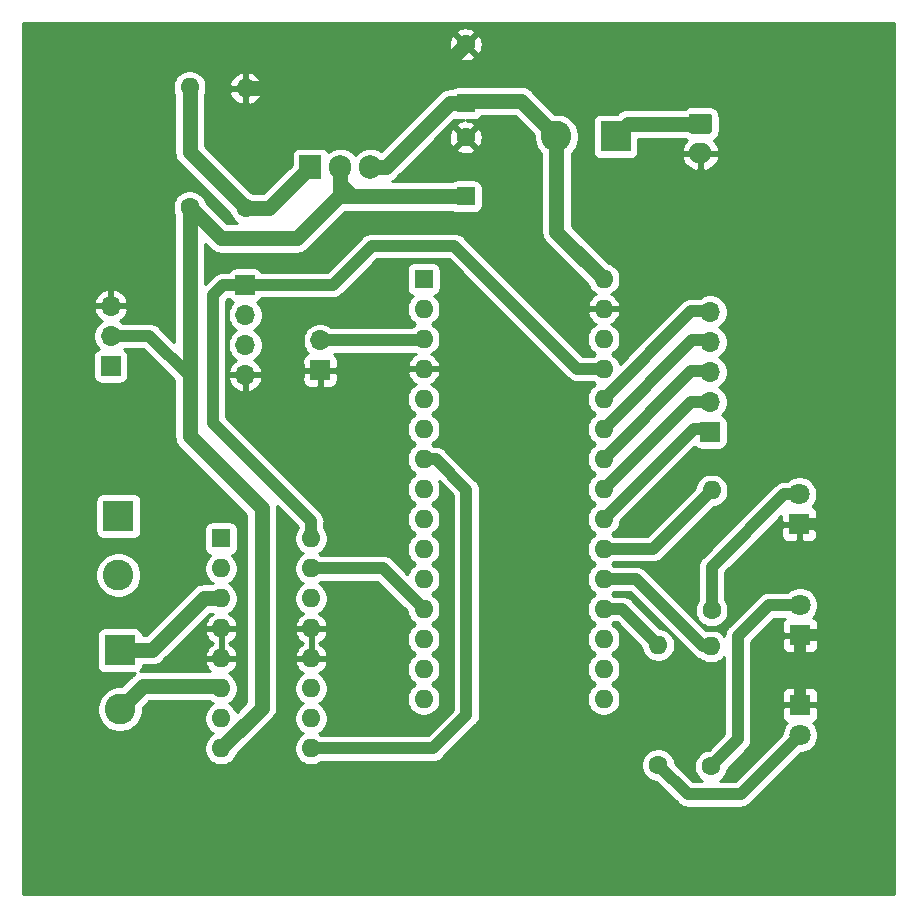
<source format=gbr>
%TF.GenerationSoftware,KiCad,Pcbnew,(5.1.10)-1*%
%TF.CreationDate,2021-07-11T18:10:03+05:30*%
%TF.ProjectId,pcb_flip,7063625f-666c-4697-902e-6b696361645f,rev?*%
%TF.SameCoordinates,Original*%
%TF.FileFunction,Copper,L2,Bot*%
%TF.FilePolarity,Positive*%
%FSLAX46Y46*%
G04 Gerber Fmt 4.6, Leading zero omitted, Abs format (unit mm)*
G04 Created by KiCad (PCBNEW (5.1.10)-1) date 2021-07-11 18:10:03*
%MOMM*%
%LPD*%
G01*
G04 APERTURE LIST*
%TA.AperFunction,ComponentPad*%
%ADD10C,1.800000*%
%TD*%
%TA.AperFunction,ComponentPad*%
%ADD11R,1.800000X1.800000*%
%TD*%
%TA.AperFunction,ComponentPad*%
%ADD12O,1.600000X1.600000*%
%TD*%
%TA.AperFunction,ComponentPad*%
%ADD13R,1.600000X1.600000*%
%TD*%
%TA.AperFunction,ComponentPad*%
%ADD14C,2.600000*%
%TD*%
%TA.AperFunction,ComponentPad*%
%ADD15R,2.600000X2.600000*%
%TD*%
%TA.AperFunction,ComponentPad*%
%ADD16O,1.700000X1.700000*%
%TD*%
%TA.AperFunction,ComponentPad*%
%ADD17R,1.700000X1.700000*%
%TD*%
%TA.AperFunction,ComponentPad*%
%ADD18O,1.905000X2.000000*%
%TD*%
%TA.AperFunction,ComponentPad*%
%ADD19R,1.905000X2.000000*%
%TD*%
%TA.AperFunction,ComponentPad*%
%ADD20C,1.600000*%
%TD*%
%TA.AperFunction,ComponentPad*%
%ADD21O,2.000000X1.700000*%
%TD*%
%TA.AperFunction,Conductor*%
%ADD22C,1.300000*%
%TD*%
%TA.AperFunction,Conductor*%
%ADD23C,1.000000*%
%TD*%
%TA.AperFunction,Conductor*%
%ADD24C,0.254000*%
%TD*%
%TA.AperFunction,Conductor*%
%ADD25C,0.100000*%
%TD*%
G04 APERTURE END LIST*
D10*
%TO.P,D2,2*%
%TO.N,Net-(D2-Pad2)*%
X122809000Y-89598500D03*
D11*
%TO.P,D2,1*%
%TO.N,Earth*%
X122809000Y-92138500D03*
%TD*%
D12*
%TO.P,U2,16*%
%TO.N,+5V*%
X81407000Y-83947000D03*
%TO.P,U2,8*%
%TO.N,+6V*%
X73787000Y-101727000D03*
%TO.P,U2,15*%
%TO.N,Net-(A1-Pad12)*%
X81407000Y-86487000D03*
%TO.P,U2,7*%
%TO.N,Net-(A1-Pad8)*%
X73787000Y-99187000D03*
%TO.P,U2,14*%
%TO.N,Net-(J4-Pad1)*%
X81407000Y-89027000D03*
%TO.P,U2,6*%
%TO.N,Net-(J5-Pad2)*%
X73787000Y-96647000D03*
%TO.P,U2,13*%
%TO.N,Earth*%
X81407000Y-91567000D03*
%TO.P,U2,5*%
X73787000Y-94107000D03*
%TO.P,U2,12*%
X81407000Y-94107000D03*
%TO.P,U2,4*%
X73787000Y-91567000D03*
%TO.P,U2,11*%
%TO.N,Net-(J4-Pad2)*%
X81407000Y-96647000D03*
%TO.P,U2,3*%
%TO.N,Net-(J5-Pad1)*%
X73787000Y-89027000D03*
%TO.P,U2,10*%
%TO.N,Net-(A1-Pad13)*%
X81407000Y-99187000D03*
%TO.P,U2,2*%
%TO.N,Net-(A1-Pad9)*%
X73787000Y-86487000D03*
%TO.P,U2,9*%
%TO.N,Net-(A1-Pad7)*%
X81407000Y-101727000D03*
D13*
%TO.P,U2,1*%
X73787000Y-83947000D03*
%TD*%
D14*
%TO.P,SW1,2*%
%TO.N,+BATT*%
X102188000Y-49911000D03*
D15*
%TO.P,SW1,1*%
%TO.N,Net-(J1-Pad1)*%
X107188000Y-49911000D03*
%TD*%
D16*
%TO.P,J7,5*%
%TO.N,Net-(A1-Pad26)*%
X115189000Y-64770000D03*
%TO.P,J7,4*%
%TO.N,Net-(A1-Pad25)*%
X115189000Y-67310000D03*
%TO.P,J7,3*%
%TO.N,Net-(A1-Pad24)*%
X115189000Y-69850000D03*
%TO.P,J7,2*%
%TO.N,Net-(A1-Pad23)*%
X115189000Y-72390000D03*
D17*
%TO.P,J7,1*%
%TO.N,Net-(A1-Pad22)*%
X115189000Y-74930000D03*
%TD*%
D16*
%TO.P,J6,2*%
%TO.N,Net-(A1-Pad3)*%
X82169000Y-67183000D03*
D17*
%TO.P,J6,1*%
%TO.N,Earth*%
X82169000Y-69723000D03*
%TD*%
D14*
%TO.P,J5,2*%
%TO.N,Net-(J5-Pad2)*%
X65214500Y-98408500D03*
D15*
%TO.P,J5,1*%
%TO.N,Net-(J5-Pad1)*%
X65214500Y-93408500D03*
%TD*%
D14*
%TO.P,J4,2*%
%TO.N,Net-(J4-Pad2)*%
X65087500Y-87042000D03*
D15*
%TO.P,J4,1*%
%TO.N,Net-(J4-Pad1)*%
X65087500Y-82042000D03*
%TD*%
D16*
%TO.P,J3,3*%
%TO.N,Earth*%
X64452500Y-64262000D03*
%TO.P,J3,2*%
%TO.N,+6V*%
X64452500Y-66802000D03*
D17*
%TO.P,J3,1*%
%TO.N,Net-(A1-Pad6)*%
X64452500Y-69342000D03*
%TD*%
D16*
%TO.P,J2,4*%
%TO.N,Earth*%
X75819000Y-70104000D03*
%TO.P,J2,3*%
%TO.N,N/C*%
X75819000Y-67564000D03*
%TO.P,J2,2*%
%TO.N,Net-(A1-Pad5)*%
X75819000Y-65024000D03*
D17*
%TO.P,J2,1*%
%TO.N,+5V*%
X75819000Y-62484000D03*
%TD*%
D18*
%TO.P,U1,3*%
%TO.N,+BATT*%
X86423500Y-52514500D03*
%TO.P,U1,2*%
%TO.N,+6V*%
X83883500Y-52514500D03*
D19*
%TO.P,U1,1*%
%TO.N,Net-(R1-Pad2)*%
X81343500Y-52514500D03*
%TD*%
D12*
%TO.P,R5,2*%
%TO.N,Net-(A1-Pad21)*%
X115316000Y-79883000D03*
D20*
%TO.P,R5,1*%
%TO.N,Net-(D3-Pad2)*%
X115316000Y-90043000D03*
%TD*%
D12*
%TO.P,R4,2*%
%TO.N,Net-(A1-Pad20)*%
X115252500Y-93091000D03*
D20*
%TO.P,R4,1*%
%TO.N,Net-(D2-Pad2)*%
X115252500Y-103251000D03*
%TD*%
D12*
%TO.P,R3,2*%
%TO.N,Net-(A1-Pad19)*%
X110807500Y-92964000D03*
D20*
%TO.P,R3,1*%
%TO.N,Net-(D1-Pad2)*%
X110807500Y-103124000D03*
%TD*%
D12*
%TO.P,R2,2*%
%TO.N,Earth*%
X75882500Y-45847000D03*
D20*
%TO.P,R2,1*%
%TO.N,Net-(R1-Pad2)*%
X75882500Y-56007000D03*
%TD*%
D12*
%TO.P,R1,2*%
%TO.N,Net-(R1-Pad2)*%
X71120000Y-45720000D03*
D20*
%TO.P,R1,1*%
%TO.N,+6V*%
X71120000Y-55880000D03*
%TD*%
D21*
%TO.P,J1,2*%
%TO.N,Earth*%
X114363500Y-51331500D03*
%TO.P,J1,1*%
%TO.N,Net-(J1-Pad1)*%
%TA.AperFunction,ComponentPad*%
G36*
G01*
X113613500Y-47981500D02*
X115113500Y-47981500D01*
G75*
G02*
X115363500Y-48231500I0J-250000D01*
G01*
X115363500Y-49431500D01*
G75*
G02*
X115113500Y-49681500I-250000J0D01*
G01*
X113613500Y-49681500D01*
G75*
G02*
X113363500Y-49431500I0J250000D01*
G01*
X113363500Y-48231500D01*
G75*
G02*
X113613500Y-47981500I250000J0D01*
G01*
G37*
%TD.AperFunction*%
%TD*%
D10*
%TO.P,D3,2*%
%TO.N,Net-(D3-Pad2)*%
X122745500Y-80200500D03*
D11*
%TO.P,D3,1*%
%TO.N,Earth*%
X122745500Y-82740500D03*
%TD*%
D10*
%TO.P,D1,2*%
%TO.N,Net-(D1-Pad2)*%
X122809000Y-100584000D03*
D11*
%TO.P,D1,1*%
%TO.N,Earth*%
X122809000Y-98044000D03*
%TD*%
D20*
%TO.P,C2,2*%
%TO.N,Earth*%
X94488000Y-42117000D03*
D13*
%TO.P,C2,1*%
%TO.N,+BATT*%
X94488000Y-47117000D03*
%TD*%
D20*
%TO.P,C1,2*%
%TO.N,Earth*%
X94488000Y-49991000D03*
D13*
%TO.P,C1,1*%
%TO.N,+6V*%
X94488000Y-54991000D03*
%TD*%
%TO.P,A1,1*%
%TO.N,N/C*%
X90932000Y-61976000D03*
D12*
%TO.P,A1,17*%
X106172000Y-94996000D03*
%TO.P,A1,2*%
X90932000Y-64516000D03*
%TO.P,A1,18*%
X106172000Y-92456000D03*
%TO.P,A1,3*%
%TO.N,Net-(A1-Pad3)*%
X90932000Y-67056000D03*
%TO.P,A1,19*%
%TO.N,Net-(A1-Pad19)*%
X106172000Y-89916000D03*
%TO.P,A1,4*%
%TO.N,Earth*%
X90932000Y-69596000D03*
%TO.P,A1,20*%
%TO.N,Net-(A1-Pad20)*%
X106172000Y-87376000D03*
%TO.P,A1,5*%
%TO.N,Net-(A1-Pad5)*%
X90932000Y-72136000D03*
%TO.P,A1,21*%
%TO.N,Net-(A1-Pad21)*%
X106172000Y-84836000D03*
%TO.P,A1,6*%
%TO.N,Net-(A1-Pad6)*%
X90932000Y-74676000D03*
%TO.P,A1,22*%
%TO.N,Net-(A1-Pad22)*%
X106172000Y-82296000D03*
%TO.P,A1,7*%
%TO.N,Net-(A1-Pad7)*%
X90932000Y-77216000D03*
%TO.P,A1,23*%
%TO.N,Net-(A1-Pad23)*%
X106172000Y-79756000D03*
%TO.P,A1,8*%
%TO.N,Net-(A1-Pad8)*%
X90932000Y-79756000D03*
%TO.P,A1,24*%
%TO.N,Net-(A1-Pad24)*%
X106172000Y-77216000D03*
%TO.P,A1,9*%
%TO.N,Net-(A1-Pad9)*%
X90932000Y-82296000D03*
%TO.P,A1,25*%
%TO.N,Net-(A1-Pad25)*%
X106172000Y-74676000D03*
%TO.P,A1,10*%
%TO.N,N/C*%
X90932000Y-84836000D03*
%TO.P,A1,26*%
%TO.N,Net-(A1-Pad26)*%
X106172000Y-72136000D03*
%TO.P,A1,11*%
%TO.N,N/C*%
X90932000Y-87376000D03*
%TO.P,A1,27*%
%TO.N,+5V*%
X106172000Y-69596000D03*
%TO.P,A1,12*%
%TO.N,Net-(A1-Pad12)*%
X90932000Y-89916000D03*
%TO.P,A1,28*%
%TO.N,N/C*%
X106172000Y-67056000D03*
%TO.P,A1,13*%
%TO.N,Net-(A1-Pad13)*%
X90932000Y-92456000D03*
%TO.P,A1,29*%
%TO.N,Earth*%
X106172000Y-64516000D03*
%TO.P,A1,14*%
%TO.N,N/C*%
X90932000Y-94996000D03*
%TO.P,A1,30*%
%TO.N,+BATT*%
X106172000Y-61976000D03*
%TO.P,A1,15*%
%TO.N,N/C*%
X90932000Y-97536000D03*
%TO.P,A1,16*%
X106172000Y-97536000D03*
%TD*%
D22*
%TO.N,+BATT*%
X102188000Y-49911000D02*
X99203500Y-46926500D01*
X94678500Y-46926500D02*
X94488000Y-47117000D01*
X99203500Y-46926500D02*
X94678500Y-46926500D01*
X102188000Y-57992000D02*
X106172000Y-61976000D01*
X102188000Y-49911000D02*
X102188000Y-57992000D01*
X94488000Y-47117000D02*
X93154500Y-47117000D01*
X87757000Y-52514500D02*
X86423500Y-52514500D01*
X93154500Y-47117000D02*
X87757000Y-52514500D01*
%TO.N,Earth*%
X90758000Y-45847000D02*
X94488000Y-42117000D01*
X75882500Y-45847000D02*
X90758000Y-45847000D01*
D23*
X122745500Y-82740500D02*
X124142500Y-82740500D01*
X124142500Y-82740500D02*
X125730000Y-84328000D01*
X125730000Y-84328000D02*
X125730000Y-91059000D01*
X124650500Y-92138500D02*
X122809000Y-92138500D01*
X125730000Y-91059000D02*
X124650500Y-92138500D01*
X122809000Y-98044000D02*
X122809000Y-92138500D01*
%TO.N,Net-(A1-Pad12)*%
X87503000Y-86487000D02*
X90932000Y-89916000D01*
X81407000Y-86487000D02*
X87503000Y-86487000D01*
%TO.N,+5V*%
X73969000Y-62484000D02*
X73088500Y-63364500D01*
X75819000Y-62484000D02*
X73969000Y-62484000D01*
X73088500Y-63364500D02*
X73088500Y-74168000D01*
X81407000Y-82486500D02*
X81407000Y-83947000D01*
X73088500Y-74168000D02*
X81407000Y-82486500D01*
X75819000Y-62484000D02*
X83248500Y-62484000D01*
X83248500Y-62484000D02*
X86550500Y-59182000D01*
X106172000Y-69596000D02*
X103949500Y-69596000D01*
X93535500Y-59182000D02*
X86550500Y-59182000D01*
X103949500Y-69596000D02*
X93535500Y-59182000D01*
%TO.N,Net-(A1-Pad26)*%
X106172000Y-72136000D02*
X113601500Y-64706500D01*
X115125500Y-64706500D02*
X115189000Y-64770000D01*
X113601500Y-64706500D02*
X115125500Y-64706500D01*
%TO.N,Net-(A1-Pad25)*%
X106172000Y-74676000D02*
X113665000Y-67183000D01*
X115062000Y-67183000D02*
X115189000Y-67310000D01*
X113665000Y-67183000D02*
X115062000Y-67183000D01*
%TO.N,Net-(A1-Pad24)*%
X106172000Y-77216000D02*
X113601500Y-69786500D01*
X115125500Y-69786500D02*
X115189000Y-69850000D01*
X113601500Y-69786500D02*
X115125500Y-69786500D01*
%TO.N,Net-(A1-Pad23)*%
X113538000Y-72390000D02*
X115189000Y-72390000D01*
X106172000Y-79756000D02*
X113538000Y-72390000D01*
%TO.N,Net-(A1-Pad22)*%
X106172000Y-82296000D02*
X113792000Y-74676000D01*
X114935000Y-74676000D02*
X115189000Y-74930000D01*
X113792000Y-74676000D02*
X114935000Y-74676000D01*
%TO.N,Net-(A1-Pad21)*%
X110363000Y-84836000D02*
X115316000Y-79883000D01*
X106172000Y-84836000D02*
X110363000Y-84836000D01*
%TO.N,Net-(A1-Pad20)*%
X106172000Y-87376000D02*
X108902500Y-87376000D01*
X114617500Y-93091000D02*
X115252500Y-93091000D01*
X108902500Y-87376000D02*
X114617500Y-93091000D01*
%TO.N,Net-(A1-Pad19)*%
X107759500Y-89916000D02*
X110807500Y-92964000D01*
X106172000Y-89916000D02*
X107759500Y-89916000D01*
%TO.N,Net-(A1-Pad3)*%
X90805000Y-67183000D02*
X90932000Y-67056000D01*
X82169000Y-67183000D02*
X90805000Y-67183000D01*
D22*
%TO.N,+6V*%
X77216000Y-98298000D02*
X73787000Y-101727000D01*
X71120000Y-75311000D02*
X77216000Y-81407000D01*
X71120000Y-55880000D02*
X73787000Y-58547000D01*
X73787000Y-58547000D02*
X80200500Y-58547000D01*
X83883500Y-54864000D02*
X83883500Y-52514500D01*
D23*
X67691000Y-66802000D02*
X71120000Y-70231000D01*
X64452500Y-66802000D02*
X67691000Y-66802000D01*
D22*
X71120000Y-70231000D02*
X71120000Y-75311000D01*
X71120000Y-55880000D02*
X71120000Y-70231000D01*
X77216000Y-81407000D02*
X77216000Y-98298000D01*
X83756500Y-54991000D02*
X81311750Y-57435750D01*
X81311750Y-57435750D02*
X83883500Y-54864000D01*
X80200500Y-58547000D02*
X81311750Y-57435750D01*
X83883500Y-53975000D02*
X84899500Y-54991000D01*
X83883500Y-52514500D02*
X83883500Y-53975000D01*
X84899500Y-54991000D02*
X83756500Y-54991000D01*
X94488000Y-54991000D02*
X84899500Y-54991000D01*
%TO.N,Net-(J1-Pad1)*%
X108267500Y-48831500D02*
X107188000Y-49911000D01*
X114363500Y-48831500D02*
X108267500Y-48831500D01*
%TO.N,Net-(J5-Pad2)*%
X65214500Y-98408500D02*
X67166500Y-96456500D01*
X73596500Y-96456500D02*
X73787000Y-96647000D01*
X67166500Y-96456500D02*
X73596500Y-96456500D01*
%TO.N,Net-(J5-Pad1)*%
X65214500Y-93408500D02*
X67945000Y-93408500D01*
X72326500Y-89027000D02*
X73787000Y-89027000D01*
X67945000Y-93408500D02*
X72326500Y-89027000D01*
%TO.N,Net-(R1-Pad2)*%
X77851000Y-56007000D02*
X81343500Y-52514500D01*
X75882500Y-56007000D02*
X77851000Y-56007000D01*
X71120000Y-51244500D02*
X75882500Y-56007000D01*
X71120000Y-45720000D02*
X71120000Y-51244500D01*
D23*
%TO.N,Net-(D1-Pad2)*%
X122809000Y-100584000D02*
X117792500Y-105600500D01*
X113284000Y-105600500D02*
X117792500Y-105600500D01*
X110807500Y-103124000D02*
X113284000Y-105600500D01*
%TO.N,Net-(D2-Pad2)*%
X122809000Y-89598500D02*
X120142000Y-89598500D01*
X120142000Y-89598500D02*
X117538500Y-92202000D01*
X117538500Y-100965000D02*
X115252500Y-103251000D01*
X117538500Y-92202000D02*
X117538500Y-100965000D01*
%TO.N,Net-(D3-Pad2)*%
X121472708Y-80200500D02*
X122745500Y-80200500D01*
X115316000Y-86357208D02*
X121472708Y-80200500D01*
X115316000Y-90043000D02*
X115316000Y-86357208D01*
%TO.N,Net-(A1-Pad7)*%
X81407000Y-101727000D02*
X91757500Y-101727000D01*
X91757500Y-101727000D02*
X94551500Y-98933000D01*
X91948000Y-77216000D02*
X90932000Y-77216000D01*
X94551500Y-79819500D02*
X91948000Y-77216000D01*
X94551500Y-98933000D02*
X94551500Y-79819500D01*
%TD*%
D24*
%TO.N,Earth*%
X130734443Y-114014558D02*
X57048000Y-114020943D01*
X57048000Y-86851419D01*
X63152500Y-86851419D01*
X63152500Y-87232581D01*
X63226861Y-87606419D01*
X63372725Y-87958566D01*
X63584487Y-88275491D01*
X63854009Y-88545013D01*
X64170934Y-88756775D01*
X64523081Y-88902639D01*
X64896919Y-88977000D01*
X65278081Y-88977000D01*
X65651919Y-88902639D01*
X66004066Y-88756775D01*
X66320991Y-88545013D01*
X66590513Y-88275491D01*
X66802275Y-87958566D01*
X66948139Y-87606419D01*
X67022500Y-87232581D01*
X67022500Y-86851419D01*
X66948139Y-86477581D01*
X66802275Y-86125434D01*
X66590513Y-85808509D01*
X66320991Y-85538987D01*
X66004066Y-85327225D01*
X65651919Y-85181361D01*
X65278081Y-85107000D01*
X64896919Y-85107000D01*
X64523081Y-85181361D01*
X64170934Y-85327225D01*
X63854009Y-85538987D01*
X63584487Y-85808509D01*
X63372725Y-86125434D01*
X63226861Y-86477581D01*
X63152500Y-86851419D01*
X57048000Y-86851419D01*
X57048000Y-80742000D01*
X63149428Y-80742000D01*
X63149428Y-83342000D01*
X63161688Y-83466482D01*
X63197998Y-83586180D01*
X63256963Y-83696494D01*
X63336315Y-83793185D01*
X63433006Y-83872537D01*
X63543320Y-83931502D01*
X63663018Y-83967812D01*
X63787500Y-83980072D01*
X66387500Y-83980072D01*
X66511982Y-83967812D01*
X66631680Y-83931502D01*
X66741994Y-83872537D01*
X66838685Y-83793185D01*
X66918037Y-83696494D01*
X66977002Y-83586180D01*
X67013312Y-83466482D01*
X67025572Y-83342000D01*
X67025572Y-80742000D01*
X67013312Y-80617518D01*
X66977002Y-80497820D01*
X66918037Y-80387506D01*
X66838685Y-80290815D01*
X66741994Y-80211463D01*
X66631680Y-80152498D01*
X66511982Y-80116188D01*
X66387500Y-80103928D01*
X63787500Y-80103928D01*
X63663018Y-80116188D01*
X63543320Y-80152498D01*
X63433006Y-80211463D01*
X63336315Y-80290815D01*
X63256963Y-80387506D01*
X63197998Y-80497820D01*
X63161688Y-80617518D01*
X63149428Y-80742000D01*
X57048000Y-80742000D01*
X57048000Y-68492000D01*
X62964428Y-68492000D01*
X62964428Y-70192000D01*
X62976688Y-70316482D01*
X63012998Y-70436180D01*
X63071963Y-70546494D01*
X63151315Y-70643185D01*
X63248006Y-70722537D01*
X63358320Y-70781502D01*
X63478018Y-70817812D01*
X63602500Y-70830072D01*
X65302500Y-70830072D01*
X65426982Y-70817812D01*
X65546680Y-70781502D01*
X65656994Y-70722537D01*
X65753685Y-70643185D01*
X65833037Y-70546494D01*
X65892002Y-70436180D01*
X65928312Y-70316482D01*
X65940572Y-70192000D01*
X65940572Y-68492000D01*
X65928312Y-68367518D01*
X65892002Y-68247820D01*
X65833037Y-68137506D01*
X65753685Y-68040815D01*
X65656994Y-67961463D01*
X65611228Y-67937000D01*
X67220869Y-67937000D01*
X69835000Y-70551132D01*
X69835001Y-75247875D01*
X69828784Y-75311000D01*
X69853593Y-75562903D01*
X69927072Y-75805127D01*
X70046392Y-76028361D01*
X70166734Y-76174997D01*
X70206973Y-76224028D01*
X70256004Y-76264267D01*
X75931000Y-81939265D01*
X75931001Y-97765735D01*
X75096986Y-98599751D01*
X75058680Y-98507273D01*
X74901637Y-98272241D01*
X74701759Y-98072363D01*
X74469241Y-97917000D01*
X74701759Y-97761637D01*
X74901637Y-97561759D01*
X75058680Y-97326727D01*
X75166853Y-97065574D01*
X75222000Y-96788335D01*
X75222000Y-96505665D01*
X75166853Y-96228426D01*
X75058680Y-95967273D01*
X74901637Y-95732241D01*
X74701759Y-95532363D01*
X74466727Y-95375320D01*
X74456135Y-95370933D01*
X74642131Y-95259385D01*
X74850519Y-95070414D01*
X75018037Y-94844420D01*
X75138246Y-94590087D01*
X75178904Y-94456039D01*
X75056915Y-94234000D01*
X73914000Y-94234000D01*
X73914000Y-94254000D01*
X73660000Y-94254000D01*
X73660000Y-94234000D01*
X72517085Y-94234000D01*
X72395096Y-94456039D01*
X72435754Y-94590087D01*
X72555963Y-94844420D01*
X72723481Y-95070414D01*
X72834954Y-95171500D01*
X67229616Y-95171500D01*
X67166500Y-95165284D01*
X67103384Y-95171500D01*
X67103377Y-95171500D01*
X66930547Y-95188522D01*
X66965685Y-95159685D01*
X67045037Y-95062994D01*
X67104002Y-94952680D01*
X67140312Y-94832982D01*
X67152572Y-94708500D01*
X67152572Y-94693500D01*
X67881885Y-94693500D01*
X67945000Y-94699716D01*
X68008115Y-94693500D01*
X68008123Y-94693500D01*
X68196904Y-94674907D01*
X68439127Y-94601429D01*
X68662362Y-94482108D01*
X68858028Y-94321528D01*
X68898271Y-94272492D01*
X71254725Y-91916039D01*
X72395096Y-91916039D01*
X72435754Y-92050087D01*
X72555963Y-92304420D01*
X72723481Y-92530414D01*
X72931869Y-92719385D01*
X73127982Y-92837000D01*
X72931869Y-92954615D01*
X72723481Y-93143586D01*
X72555963Y-93369580D01*
X72435754Y-93623913D01*
X72395096Y-93757961D01*
X72517085Y-93980000D01*
X73660000Y-93980000D01*
X73660000Y-91694000D01*
X73914000Y-91694000D01*
X73914000Y-93980000D01*
X75056915Y-93980000D01*
X75178904Y-93757961D01*
X75138246Y-93623913D01*
X75018037Y-93369580D01*
X74850519Y-93143586D01*
X74642131Y-92954615D01*
X74446018Y-92837000D01*
X74642131Y-92719385D01*
X74850519Y-92530414D01*
X75018037Y-92304420D01*
X75138246Y-92050087D01*
X75178904Y-91916039D01*
X75056915Y-91694000D01*
X73914000Y-91694000D01*
X73660000Y-91694000D01*
X72517085Y-91694000D01*
X72395096Y-91916039D01*
X71254725Y-91916039D01*
X72858765Y-90312000D01*
X73102971Y-90312000D01*
X72931869Y-90414615D01*
X72723481Y-90603586D01*
X72555963Y-90829580D01*
X72435754Y-91083913D01*
X72395096Y-91217961D01*
X72517085Y-91440000D01*
X73660000Y-91440000D01*
X73660000Y-91420000D01*
X73914000Y-91420000D01*
X73914000Y-91440000D01*
X75056915Y-91440000D01*
X75178904Y-91217961D01*
X75138246Y-91083913D01*
X75018037Y-90829580D01*
X74850519Y-90603586D01*
X74642131Y-90414615D01*
X74456135Y-90303067D01*
X74466727Y-90298680D01*
X74701759Y-90141637D01*
X74901637Y-89941759D01*
X75058680Y-89706727D01*
X75166853Y-89445574D01*
X75222000Y-89168335D01*
X75222000Y-88885665D01*
X75166853Y-88608426D01*
X75058680Y-88347273D01*
X74901637Y-88112241D01*
X74701759Y-87912363D01*
X74469241Y-87757000D01*
X74701759Y-87601637D01*
X74901637Y-87401759D01*
X75058680Y-87166727D01*
X75166853Y-86905574D01*
X75222000Y-86628335D01*
X75222000Y-86345665D01*
X75166853Y-86068426D01*
X75058680Y-85807273D01*
X74901637Y-85572241D01*
X74703039Y-85373643D01*
X74711482Y-85372812D01*
X74831180Y-85336502D01*
X74941494Y-85277537D01*
X75038185Y-85198185D01*
X75117537Y-85101494D01*
X75176502Y-84991180D01*
X75212812Y-84871482D01*
X75225072Y-84747000D01*
X75225072Y-83147000D01*
X75212812Y-83022518D01*
X75176502Y-82902820D01*
X75117537Y-82792506D01*
X75038185Y-82695815D01*
X74941494Y-82616463D01*
X74831180Y-82557498D01*
X74711482Y-82521188D01*
X74587000Y-82508928D01*
X72987000Y-82508928D01*
X72862518Y-82521188D01*
X72742820Y-82557498D01*
X72632506Y-82616463D01*
X72535815Y-82695815D01*
X72456463Y-82792506D01*
X72397498Y-82902820D01*
X72361188Y-83022518D01*
X72348928Y-83147000D01*
X72348928Y-84747000D01*
X72361188Y-84871482D01*
X72397498Y-84991180D01*
X72456463Y-85101494D01*
X72535815Y-85198185D01*
X72632506Y-85277537D01*
X72742820Y-85336502D01*
X72862518Y-85372812D01*
X72870961Y-85373643D01*
X72672363Y-85572241D01*
X72515320Y-85807273D01*
X72407147Y-86068426D01*
X72352000Y-86345665D01*
X72352000Y-86628335D01*
X72407147Y-86905574D01*
X72515320Y-87166727D01*
X72672363Y-87401759D01*
X72872241Y-87601637D01*
X73082310Y-87742000D01*
X72389616Y-87742000D01*
X72326500Y-87735784D01*
X72263384Y-87742000D01*
X72263377Y-87742000D01*
X72074596Y-87760593D01*
X71832373Y-87834071D01*
X71667869Y-87922000D01*
X71609138Y-87953392D01*
X71462502Y-88073733D01*
X71462497Y-88073738D01*
X71413472Y-88113972D01*
X71373238Y-88162997D01*
X67412737Y-92123500D01*
X67152572Y-92123500D01*
X67152572Y-92108500D01*
X67140312Y-91984018D01*
X67104002Y-91864320D01*
X67045037Y-91754006D01*
X66965685Y-91657315D01*
X66868994Y-91577963D01*
X66758680Y-91518998D01*
X66638982Y-91482688D01*
X66514500Y-91470428D01*
X63914500Y-91470428D01*
X63790018Y-91482688D01*
X63670320Y-91518998D01*
X63560006Y-91577963D01*
X63463315Y-91657315D01*
X63383963Y-91754006D01*
X63324998Y-91864320D01*
X63288688Y-91984018D01*
X63276428Y-92108500D01*
X63276428Y-94708500D01*
X63288688Y-94832982D01*
X63324998Y-94952680D01*
X63383963Y-95062994D01*
X63463315Y-95159685D01*
X63560006Y-95239037D01*
X63670320Y-95298002D01*
X63790018Y-95334312D01*
X63914500Y-95346572D01*
X66514500Y-95346572D01*
X66517673Y-95346260D01*
X66463304Y-95375320D01*
X66449138Y-95382892D01*
X66302502Y-95503233D01*
X66302497Y-95503238D01*
X66253472Y-95543472D01*
X66213237Y-95592498D01*
X65332236Y-96473500D01*
X65023919Y-96473500D01*
X64650081Y-96547861D01*
X64297934Y-96693725D01*
X63981009Y-96905487D01*
X63711487Y-97175009D01*
X63499725Y-97491934D01*
X63353861Y-97844081D01*
X63279500Y-98217919D01*
X63279500Y-98599081D01*
X63353861Y-98972919D01*
X63499725Y-99325066D01*
X63711487Y-99641991D01*
X63981009Y-99911513D01*
X64297934Y-100123275D01*
X64650081Y-100269139D01*
X65023919Y-100343500D01*
X65405081Y-100343500D01*
X65778919Y-100269139D01*
X66131066Y-100123275D01*
X66447991Y-99911513D01*
X66717513Y-99641991D01*
X66929275Y-99325066D01*
X67075139Y-98972919D01*
X67149500Y-98599081D01*
X67149500Y-98290764D01*
X67698765Y-97741500D01*
X72852104Y-97741500D01*
X72872241Y-97761637D01*
X73104759Y-97917000D01*
X72872241Y-98072363D01*
X72672363Y-98272241D01*
X72515320Y-98507273D01*
X72407147Y-98768426D01*
X72352000Y-99045665D01*
X72352000Y-99328335D01*
X72407147Y-99605574D01*
X72515320Y-99866727D01*
X72672363Y-100101759D01*
X72872241Y-100301637D01*
X73104759Y-100457000D01*
X72872241Y-100612363D01*
X72672363Y-100812241D01*
X72515320Y-101047273D01*
X72407147Y-101308426D01*
X72352000Y-101585665D01*
X72352000Y-101868335D01*
X72407147Y-102145574D01*
X72515320Y-102406727D01*
X72672363Y-102641759D01*
X72872241Y-102841637D01*
X73107273Y-102998680D01*
X73368426Y-103106853D01*
X73645665Y-103162000D01*
X73928335Y-103162000D01*
X74205574Y-103106853D01*
X74466727Y-102998680D01*
X74701759Y-102841637D01*
X74901637Y-102641759D01*
X75058680Y-102406727D01*
X75153534Y-102177729D01*
X78079997Y-99251267D01*
X78129028Y-99211028D01*
X78289608Y-99015362D01*
X78408929Y-98792127D01*
X78482407Y-98549904D01*
X78501000Y-98361123D01*
X78501000Y-98361114D01*
X78507216Y-98298001D01*
X78501000Y-98234888D01*
X78501000Y-91916039D01*
X80015096Y-91916039D01*
X80055754Y-92050087D01*
X80175963Y-92304420D01*
X80343481Y-92530414D01*
X80551869Y-92719385D01*
X80747982Y-92837000D01*
X80551869Y-92954615D01*
X80343481Y-93143586D01*
X80175963Y-93369580D01*
X80055754Y-93623913D01*
X80015096Y-93757961D01*
X80137085Y-93980000D01*
X81280000Y-93980000D01*
X81280000Y-91694000D01*
X81534000Y-91694000D01*
X81534000Y-93980000D01*
X82676915Y-93980000D01*
X82798904Y-93757961D01*
X82758246Y-93623913D01*
X82638037Y-93369580D01*
X82470519Y-93143586D01*
X82262131Y-92954615D01*
X82066018Y-92837000D01*
X82262131Y-92719385D01*
X82470519Y-92530414D01*
X82638037Y-92304420D01*
X82758246Y-92050087D01*
X82798904Y-91916039D01*
X82676915Y-91694000D01*
X81534000Y-91694000D01*
X81280000Y-91694000D01*
X80137085Y-91694000D01*
X80015096Y-91916039D01*
X78501000Y-91916039D01*
X78501000Y-81470116D01*
X78507216Y-81407000D01*
X78501000Y-81343884D01*
X78501000Y-81343877D01*
X78483712Y-81168344D01*
X80272000Y-82956633D01*
X80272000Y-83062716D01*
X80135320Y-83267273D01*
X80027147Y-83528426D01*
X79972000Y-83805665D01*
X79972000Y-84088335D01*
X80027147Y-84365574D01*
X80135320Y-84626727D01*
X80292363Y-84861759D01*
X80492241Y-85061637D01*
X80724759Y-85217000D01*
X80492241Y-85372363D01*
X80292363Y-85572241D01*
X80135320Y-85807273D01*
X80027147Y-86068426D01*
X79972000Y-86345665D01*
X79972000Y-86628335D01*
X80027147Y-86905574D01*
X80135320Y-87166727D01*
X80292363Y-87401759D01*
X80492241Y-87601637D01*
X80724759Y-87757000D01*
X80492241Y-87912363D01*
X80292363Y-88112241D01*
X80135320Y-88347273D01*
X80027147Y-88608426D01*
X79972000Y-88885665D01*
X79972000Y-89168335D01*
X80027147Y-89445574D01*
X80135320Y-89706727D01*
X80292363Y-89941759D01*
X80492241Y-90141637D01*
X80727273Y-90298680D01*
X80737865Y-90303067D01*
X80551869Y-90414615D01*
X80343481Y-90603586D01*
X80175963Y-90829580D01*
X80055754Y-91083913D01*
X80015096Y-91217961D01*
X80137085Y-91440000D01*
X81280000Y-91440000D01*
X81280000Y-91420000D01*
X81534000Y-91420000D01*
X81534000Y-91440000D01*
X82676915Y-91440000D01*
X82798904Y-91217961D01*
X82758246Y-91083913D01*
X82638037Y-90829580D01*
X82470519Y-90603586D01*
X82262131Y-90414615D01*
X82076135Y-90303067D01*
X82086727Y-90298680D01*
X82321759Y-90141637D01*
X82521637Y-89941759D01*
X82678680Y-89706727D01*
X82786853Y-89445574D01*
X82842000Y-89168335D01*
X82842000Y-88885665D01*
X82786853Y-88608426D01*
X82678680Y-88347273D01*
X82521637Y-88112241D01*
X82321759Y-87912363D01*
X82089241Y-87757000D01*
X82291284Y-87622000D01*
X87032869Y-87622000D01*
X89504150Y-90093282D01*
X89552147Y-90334574D01*
X89660320Y-90595727D01*
X89817363Y-90830759D01*
X90017241Y-91030637D01*
X90249759Y-91186000D01*
X90017241Y-91341363D01*
X89817363Y-91541241D01*
X89660320Y-91776273D01*
X89552147Y-92037426D01*
X89497000Y-92314665D01*
X89497000Y-92597335D01*
X89552147Y-92874574D01*
X89660320Y-93135727D01*
X89817363Y-93370759D01*
X90017241Y-93570637D01*
X90249759Y-93726000D01*
X90017241Y-93881363D01*
X89817363Y-94081241D01*
X89660320Y-94316273D01*
X89552147Y-94577426D01*
X89497000Y-94854665D01*
X89497000Y-95137335D01*
X89552147Y-95414574D01*
X89660320Y-95675727D01*
X89817363Y-95910759D01*
X90017241Y-96110637D01*
X90249759Y-96266000D01*
X90017241Y-96421363D01*
X89817363Y-96621241D01*
X89660320Y-96856273D01*
X89552147Y-97117426D01*
X89497000Y-97394665D01*
X89497000Y-97677335D01*
X89552147Y-97954574D01*
X89660320Y-98215727D01*
X89817363Y-98450759D01*
X90017241Y-98650637D01*
X90252273Y-98807680D01*
X90513426Y-98915853D01*
X90790665Y-98971000D01*
X91073335Y-98971000D01*
X91350574Y-98915853D01*
X91611727Y-98807680D01*
X91846759Y-98650637D01*
X92046637Y-98450759D01*
X92203680Y-98215727D01*
X92311853Y-97954574D01*
X92367000Y-97677335D01*
X92367000Y-97394665D01*
X92311853Y-97117426D01*
X92203680Y-96856273D01*
X92046637Y-96621241D01*
X91846759Y-96421363D01*
X91614241Y-96266000D01*
X91846759Y-96110637D01*
X92046637Y-95910759D01*
X92203680Y-95675727D01*
X92311853Y-95414574D01*
X92367000Y-95137335D01*
X92367000Y-94854665D01*
X92311853Y-94577426D01*
X92203680Y-94316273D01*
X92046637Y-94081241D01*
X91846759Y-93881363D01*
X91614241Y-93726000D01*
X91846759Y-93570637D01*
X92046637Y-93370759D01*
X92203680Y-93135727D01*
X92311853Y-92874574D01*
X92367000Y-92597335D01*
X92367000Y-92314665D01*
X92311853Y-92037426D01*
X92203680Y-91776273D01*
X92046637Y-91541241D01*
X91846759Y-91341363D01*
X91614241Y-91186000D01*
X91846759Y-91030637D01*
X92046637Y-90830759D01*
X92203680Y-90595727D01*
X92311853Y-90334574D01*
X92367000Y-90057335D01*
X92367000Y-89774665D01*
X92311853Y-89497426D01*
X92203680Y-89236273D01*
X92046637Y-89001241D01*
X91846759Y-88801363D01*
X91614241Y-88646000D01*
X91846759Y-88490637D01*
X92046637Y-88290759D01*
X92203680Y-88055727D01*
X92311853Y-87794574D01*
X92367000Y-87517335D01*
X92367000Y-87234665D01*
X92311853Y-86957426D01*
X92203680Y-86696273D01*
X92046637Y-86461241D01*
X91846759Y-86261363D01*
X91614241Y-86106000D01*
X91846759Y-85950637D01*
X92046637Y-85750759D01*
X92203680Y-85515727D01*
X92311853Y-85254574D01*
X92367000Y-84977335D01*
X92367000Y-84694665D01*
X92311853Y-84417426D01*
X92203680Y-84156273D01*
X92046637Y-83921241D01*
X91846759Y-83721363D01*
X91614241Y-83566000D01*
X91846759Y-83410637D01*
X92046637Y-83210759D01*
X92203680Y-82975727D01*
X92311853Y-82714574D01*
X92367000Y-82437335D01*
X92367000Y-82154665D01*
X92311853Y-81877426D01*
X92203680Y-81616273D01*
X92046637Y-81381241D01*
X91846759Y-81181363D01*
X91614241Y-81026000D01*
X91846759Y-80870637D01*
X92046637Y-80670759D01*
X92203680Y-80435727D01*
X92311853Y-80174574D01*
X92367000Y-79897335D01*
X92367000Y-79614665D01*
X92311853Y-79337426D01*
X92204061Y-79077192D01*
X93416501Y-80289633D01*
X93416500Y-98462867D01*
X91287369Y-100592000D01*
X82291284Y-100592000D01*
X82089241Y-100457000D01*
X82321759Y-100301637D01*
X82521637Y-100101759D01*
X82678680Y-99866727D01*
X82786853Y-99605574D01*
X82842000Y-99328335D01*
X82842000Y-99045665D01*
X82786853Y-98768426D01*
X82678680Y-98507273D01*
X82521637Y-98272241D01*
X82321759Y-98072363D01*
X82089241Y-97917000D01*
X82321759Y-97761637D01*
X82521637Y-97561759D01*
X82678680Y-97326727D01*
X82786853Y-97065574D01*
X82842000Y-96788335D01*
X82842000Y-96505665D01*
X82786853Y-96228426D01*
X82678680Y-95967273D01*
X82521637Y-95732241D01*
X82321759Y-95532363D01*
X82086727Y-95375320D01*
X82076135Y-95370933D01*
X82262131Y-95259385D01*
X82470519Y-95070414D01*
X82638037Y-94844420D01*
X82758246Y-94590087D01*
X82798904Y-94456039D01*
X82676915Y-94234000D01*
X81534000Y-94234000D01*
X81534000Y-94254000D01*
X81280000Y-94254000D01*
X81280000Y-94234000D01*
X80137085Y-94234000D01*
X80015096Y-94456039D01*
X80055754Y-94590087D01*
X80175963Y-94844420D01*
X80343481Y-95070414D01*
X80551869Y-95259385D01*
X80737865Y-95370933D01*
X80727273Y-95375320D01*
X80492241Y-95532363D01*
X80292363Y-95732241D01*
X80135320Y-95967273D01*
X80027147Y-96228426D01*
X79972000Y-96505665D01*
X79972000Y-96788335D01*
X80027147Y-97065574D01*
X80135320Y-97326727D01*
X80292363Y-97561759D01*
X80492241Y-97761637D01*
X80724759Y-97917000D01*
X80492241Y-98072363D01*
X80292363Y-98272241D01*
X80135320Y-98507273D01*
X80027147Y-98768426D01*
X79972000Y-99045665D01*
X79972000Y-99328335D01*
X80027147Y-99605574D01*
X80135320Y-99866727D01*
X80292363Y-100101759D01*
X80492241Y-100301637D01*
X80724759Y-100457000D01*
X80492241Y-100612363D01*
X80292363Y-100812241D01*
X80135320Y-101047273D01*
X80027147Y-101308426D01*
X79972000Y-101585665D01*
X79972000Y-101868335D01*
X80027147Y-102145574D01*
X80135320Y-102406727D01*
X80292363Y-102641759D01*
X80492241Y-102841637D01*
X80727273Y-102998680D01*
X80988426Y-103106853D01*
X81265665Y-103162000D01*
X81548335Y-103162000D01*
X81825574Y-103106853D01*
X82086727Y-102998680D01*
X82291284Y-102862000D01*
X91701749Y-102862000D01*
X91757500Y-102867491D01*
X91813251Y-102862000D01*
X91813252Y-102862000D01*
X91979999Y-102845577D01*
X92193947Y-102780676D01*
X92391123Y-102675284D01*
X92563949Y-102533449D01*
X92599496Y-102490135D01*
X95314646Y-99774987D01*
X95357949Y-99739449D01*
X95410918Y-99674907D01*
X95499784Y-99566623D01*
X95605176Y-99369447D01*
X95670077Y-99155499D01*
X95691991Y-98933000D01*
X95686500Y-98877248D01*
X95686500Y-79875251D01*
X95691991Y-79819499D01*
X95670077Y-79597001D01*
X95605176Y-79383053D01*
X95535243Y-79252217D01*
X95499784Y-79185877D01*
X95357949Y-79013051D01*
X95314641Y-78977509D01*
X92789996Y-76452865D01*
X92754449Y-76409551D01*
X92581623Y-76267716D01*
X92384447Y-76162324D01*
X92170499Y-76097423D01*
X92003752Y-76081000D01*
X92003751Y-76081000D01*
X91948000Y-76075509D01*
X91892249Y-76081000D01*
X91816284Y-76081000D01*
X91614241Y-75946000D01*
X91846759Y-75790637D01*
X92046637Y-75590759D01*
X92203680Y-75355727D01*
X92311853Y-75094574D01*
X92367000Y-74817335D01*
X92367000Y-74534665D01*
X92311853Y-74257426D01*
X92203680Y-73996273D01*
X92046637Y-73761241D01*
X91846759Y-73561363D01*
X91614241Y-73406000D01*
X91846759Y-73250637D01*
X92046637Y-73050759D01*
X92203680Y-72815727D01*
X92311853Y-72554574D01*
X92367000Y-72277335D01*
X92367000Y-71994665D01*
X92311853Y-71717426D01*
X92203680Y-71456273D01*
X92046637Y-71221241D01*
X91846759Y-71021363D01*
X91611727Y-70864320D01*
X91601135Y-70859933D01*
X91787131Y-70748385D01*
X91995519Y-70559414D01*
X92163037Y-70333420D01*
X92283246Y-70079087D01*
X92323904Y-69945039D01*
X92201915Y-69723000D01*
X91059000Y-69723000D01*
X91059000Y-69743000D01*
X90805000Y-69743000D01*
X90805000Y-69723000D01*
X89662085Y-69723000D01*
X89540096Y-69945039D01*
X89580754Y-70079087D01*
X89700963Y-70333420D01*
X89868481Y-70559414D01*
X90076869Y-70748385D01*
X90262865Y-70859933D01*
X90252273Y-70864320D01*
X90017241Y-71021363D01*
X89817363Y-71221241D01*
X89660320Y-71456273D01*
X89552147Y-71717426D01*
X89497000Y-71994665D01*
X89497000Y-72277335D01*
X89552147Y-72554574D01*
X89660320Y-72815727D01*
X89817363Y-73050759D01*
X90017241Y-73250637D01*
X90249759Y-73406000D01*
X90017241Y-73561363D01*
X89817363Y-73761241D01*
X89660320Y-73996273D01*
X89552147Y-74257426D01*
X89497000Y-74534665D01*
X89497000Y-74817335D01*
X89552147Y-75094574D01*
X89660320Y-75355727D01*
X89817363Y-75590759D01*
X90017241Y-75790637D01*
X90249759Y-75946000D01*
X90017241Y-76101363D01*
X89817363Y-76301241D01*
X89660320Y-76536273D01*
X89552147Y-76797426D01*
X89497000Y-77074665D01*
X89497000Y-77357335D01*
X89552147Y-77634574D01*
X89660320Y-77895727D01*
X89817363Y-78130759D01*
X90017241Y-78330637D01*
X90249759Y-78486000D01*
X90017241Y-78641363D01*
X89817363Y-78841241D01*
X89660320Y-79076273D01*
X89552147Y-79337426D01*
X89497000Y-79614665D01*
X89497000Y-79897335D01*
X89552147Y-80174574D01*
X89660320Y-80435727D01*
X89817363Y-80670759D01*
X90017241Y-80870637D01*
X90249759Y-81026000D01*
X90017241Y-81181363D01*
X89817363Y-81381241D01*
X89660320Y-81616273D01*
X89552147Y-81877426D01*
X89497000Y-82154665D01*
X89497000Y-82437335D01*
X89552147Y-82714574D01*
X89660320Y-82975727D01*
X89817363Y-83210759D01*
X90017241Y-83410637D01*
X90249759Y-83566000D01*
X90017241Y-83721363D01*
X89817363Y-83921241D01*
X89660320Y-84156273D01*
X89552147Y-84417426D01*
X89497000Y-84694665D01*
X89497000Y-84977335D01*
X89552147Y-85254574D01*
X89660320Y-85515727D01*
X89817363Y-85750759D01*
X90017241Y-85950637D01*
X90249759Y-86106000D01*
X90017241Y-86261363D01*
X89817363Y-86461241D01*
X89660320Y-86696273D01*
X89559882Y-86938751D01*
X88344996Y-85723865D01*
X88309449Y-85680551D01*
X88136623Y-85538716D01*
X87939447Y-85433324D01*
X87725499Y-85368423D01*
X87558752Y-85352000D01*
X87558751Y-85352000D01*
X87503000Y-85346509D01*
X87447249Y-85352000D01*
X82291284Y-85352000D01*
X82089241Y-85217000D01*
X82321759Y-85061637D01*
X82521637Y-84861759D01*
X82678680Y-84626727D01*
X82786853Y-84365574D01*
X82842000Y-84088335D01*
X82842000Y-83805665D01*
X82786853Y-83528426D01*
X82678680Y-83267273D01*
X82542000Y-83062716D01*
X82542000Y-82542252D01*
X82547491Y-82486500D01*
X82525577Y-82264001D01*
X82460676Y-82050053D01*
X82355284Y-81852877D01*
X82248989Y-81723356D01*
X82248987Y-81723354D01*
X82213449Y-81680051D01*
X82170146Y-81644513D01*
X74223500Y-73697869D01*
X74223500Y-70460890D01*
X74377524Y-70460890D01*
X74422175Y-70608099D01*
X74547359Y-70870920D01*
X74721412Y-71104269D01*
X74937645Y-71299178D01*
X75187748Y-71448157D01*
X75462109Y-71545481D01*
X75692000Y-71424814D01*
X75692000Y-70231000D01*
X75946000Y-70231000D01*
X75946000Y-71424814D01*
X76175891Y-71545481D01*
X76450252Y-71448157D01*
X76700355Y-71299178D01*
X76916588Y-71104269D01*
X77090641Y-70870920D01*
X77215825Y-70608099D01*
X77226471Y-70573000D01*
X80680928Y-70573000D01*
X80693188Y-70697482D01*
X80729498Y-70817180D01*
X80788463Y-70927494D01*
X80867815Y-71024185D01*
X80964506Y-71103537D01*
X81074820Y-71162502D01*
X81194518Y-71198812D01*
X81319000Y-71211072D01*
X81883250Y-71208000D01*
X82042000Y-71049250D01*
X82042000Y-69850000D01*
X82296000Y-69850000D01*
X82296000Y-71049250D01*
X82454750Y-71208000D01*
X83019000Y-71211072D01*
X83143482Y-71198812D01*
X83263180Y-71162502D01*
X83373494Y-71103537D01*
X83470185Y-71024185D01*
X83549537Y-70927494D01*
X83608502Y-70817180D01*
X83644812Y-70697482D01*
X83657072Y-70573000D01*
X83654000Y-70008750D01*
X83495250Y-69850000D01*
X82296000Y-69850000D01*
X82042000Y-69850000D01*
X80842750Y-69850000D01*
X80684000Y-70008750D01*
X80680928Y-70573000D01*
X77226471Y-70573000D01*
X77260476Y-70460890D01*
X77139155Y-70231000D01*
X75946000Y-70231000D01*
X75692000Y-70231000D01*
X74498845Y-70231000D01*
X74377524Y-70460890D01*
X74223500Y-70460890D01*
X74223500Y-63834631D01*
X74414489Y-63643643D01*
X74438463Y-63688494D01*
X74517815Y-63785185D01*
X74614506Y-63864537D01*
X74724820Y-63923502D01*
X74797380Y-63945513D01*
X74665525Y-64077368D01*
X74503010Y-64320589D01*
X74391068Y-64590842D01*
X74334000Y-64877740D01*
X74334000Y-65170260D01*
X74391068Y-65457158D01*
X74503010Y-65727411D01*
X74665525Y-65970632D01*
X74872368Y-66177475D01*
X75046760Y-66294000D01*
X74872368Y-66410525D01*
X74665525Y-66617368D01*
X74503010Y-66860589D01*
X74391068Y-67130842D01*
X74334000Y-67417740D01*
X74334000Y-67710260D01*
X74391068Y-67997158D01*
X74503010Y-68267411D01*
X74665525Y-68510632D01*
X74872368Y-68717475D01*
X75054534Y-68839195D01*
X74937645Y-68908822D01*
X74721412Y-69103731D01*
X74547359Y-69337080D01*
X74422175Y-69599901D01*
X74377524Y-69747110D01*
X74498845Y-69977000D01*
X75692000Y-69977000D01*
X75692000Y-69957000D01*
X75946000Y-69957000D01*
X75946000Y-69977000D01*
X77139155Y-69977000D01*
X77260476Y-69747110D01*
X77215825Y-69599901D01*
X77090641Y-69337080D01*
X76916588Y-69103731D01*
X76700355Y-68908822D01*
X76640218Y-68873000D01*
X80680928Y-68873000D01*
X80684000Y-69437250D01*
X80842750Y-69596000D01*
X82042000Y-69596000D01*
X82042000Y-69576000D01*
X82296000Y-69576000D01*
X82296000Y-69596000D01*
X83495250Y-69596000D01*
X83654000Y-69437250D01*
X83657072Y-68873000D01*
X83644812Y-68748518D01*
X83608502Y-68628820D01*
X83549537Y-68518506D01*
X83470185Y-68421815D01*
X83373494Y-68342463D01*
X83327728Y-68318000D01*
X90237786Y-68318000D01*
X90252273Y-68327680D01*
X90262865Y-68332067D01*
X90076869Y-68443615D01*
X89868481Y-68632586D01*
X89700963Y-68858580D01*
X89580754Y-69112913D01*
X89540096Y-69246961D01*
X89662085Y-69469000D01*
X90805000Y-69469000D01*
X90805000Y-69449000D01*
X91059000Y-69449000D01*
X91059000Y-69469000D01*
X92201915Y-69469000D01*
X92323904Y-69246961D01*
X92283246Y-69112913D01*
X92163037Y-68858580D01*
X91995519Y-68632586D01*
X91787131Y-68443615D01*
X91601135Y-68332067D01*
X91611727Y-68327680D01*
X91846759Y-68170637D01*
X92046637Y-67970759D01*
X92203680Y-67735727D01*
X92311853Y-67474574D01*
X92367000Y-67197335D01*
X92367000Y-66914665D01*
X92311853Y-66637426D01*
X92203680Y-66376273D01*
X92046637Y-66141241D01*
X91846759Y-65941363D01*
X91614241Y-65786000D01*
X91846759Y-65630637D01*
X92046637Y-65430759D01*
X92203680Y-65195727D01*
X92311853Y-64934574D01*
X92367000Y-64657335D01*
X92367000Y-64374665D01*
X92311853Y-64097426D01*
X92203680Y-63836273D01*
X92046637Y-63601241D01*
X91848039Y-63402643D01*
X91856482Y-63401812D01*
X91976180Y-63365502D01*
X92086494Y-63306537D01*
X92183185Y-63227185D01*
X92262537Y-63130494D01*
X92321502Y-63020180D01*
X92357812Y-62900482D01*
X92370072Y-62776000D01*
X92370072Y-61176000D01*
X92357812Y-61051518D01*
X92321502Y-60931820D01*
X92262537Y-60821506D01*
X92183185Y-60724815D01*
X92086494Y-60645463D01*
X91976180Y-60586498D01*
X91856482Y-60550188D01*
X91732000Y-60537928D01*
X90132000Y-60537928D01*
X90007518Y-60550188D01*
X89887820Y-60586498D01*
X89777506Y-60645463D01*
X89680815Y-60724815D01*
X89601463Y-60821506D01*
X89542498Y-60931820D01*
X89506188Y-61051518D01*
X89493928Y-61176000D01*
X89493928Y-62776000D01*
X89506188Y-62900482D01*
X89542498Y-63020180D01*
X89601463Y-63130494D01*
X89680815Y-63227185D01*
X89777506Y-63306537D01*
X89887820Y-63365502D01*
X90007518Y-63401812D01*
X90015961Y-63402643D01*
X89817363Y-63601241D01*
X89660320Y-63836273D01*
X89552147Y-64097426D01*
X89497000Y-64374665D01*
X89497000Y-64657335D01*
X89552147Y-64934574D01*
X89660320Y-65195727D01*
X89817363Y-65430759D01*
X90017241Y-65630637D01*
X90249759Y-65786000D01*
X90017241Y-65941363D01*
X89910604Y-66048000D01*
X83134107Y-66048000D01*
X83115632Y-66029525D01*
X82872411Y-65867010D01*
X82602158Y-65755068D01*
X82315260Y-65698000D01*
X82022740Y-65698000D01*
X81735842Y-65755068D01*
X81465589Y-65867010D01*
X81222368Y-66029525D01*
X81015525Y-66236368D01*
X80853010Y-66479589D01*
X80741068Y-66749842D01*
X80684000Y-67036740D01*
X80684000Y-67329260D01*
X80741068Y-67616158D01*
X80853010Y-67886411D01*
X81015525Y-68129632D01*
X81147380Y-68261487D01*
X81074820Y-68283498D01*
X80964506Y-68342463D01*
X80867815Y-68421815D01*
X80788463Y-68518506D01*
X80729498Y-68628820D01*
X80693188Y-68748518D01*
X80680928Y-68873000D01*
X76640218Y-68873000D01*
X76583466Y-68839195D01*
X76765632Y-68717475D01*
X76972475Y-68510632D01*
X77134990Y-68267411D01*
X77246932Y-67997158D01*
X77304000Y-67710260D01*
X77304000Y-67417740D01*
X77246932Y-67130842D01*
X77134990Y-66860589D01*
X76972475Y-66617368D01*
X76765632Y-66410525D01*
X76591240Y-66294000D01*
X76765632Y-66177475D01*
X76972475Y-65970632D01*
X77134990Y-65727411D01*
X77246932Y-65457158D01*
X77304000Y-65170260D01*
X77304000Y-64877740D01*
X77246932Y-64590842D01*
X77134990Y-64320589D01*
X76972475Y-64077368D01*
X76840620Y-63945513D01*
X76913180Y-63923502D01*
X77023494Y-63864537D01*
X77120185Y-63785185D01*
X77199537Y-63688494D01*
X77236683Y-63619000D01*
X83192749Y-63619000D01*
X83248500Y-63624491D01*
X83304251Y-63619000D01*
X83304252Y-63619000D01*
X83470999Y-63602577D01*
X83684947Y-63537676D01*
X83882123Y-63432284D01*
X84054949Y-63290449D01*
X84090496Y-63247135D01*
X87020632Y-60317000D01*
X93065369Y-60317000D01*
X103107509Y-70359141D01*
X103143051Y-70402449D01*
X103315877Y-70544284D01*
X103500909Y-70643185D01*
X103513053Y-70649676D01*
X103727001Y-70714577D01*
X103949499Y-70736491D01*
X104005251Y-70731000D01*
X105287716Y-70731000D01*
X105489759Y-70866000D01*
X105257241Y-71021363D01*
X105057363Y-71221241D01*
X104900320Y-71456273D01*
X104792147Y-71717426D01*
X104737000Y-71994665D01*
X104737000Y-72277335D01*
X104792147Y-72554574D01*
X104900320Y-72815727D01*
X105057363Y-73050759D01*
X105257241Y-73250637D01*
X105489759Y-73406000D01*
X105257241Y-73561363D01*
X105057363Y-73761241D01*
X104900320Y-73996273D01*
X104792147Y-74257426D01*
X104737000Y-74534665D01*
X104737000Y-74817335D01*
X104792147Y-75094574D01*
X104900320Y-75355727D01*
X105057363Y-75590759D01*
X105257241Y-75790637D01*
X105489759Y-75946000D01*
X105257241Y-76101363D01*
X105057363Y-76301241D01*
X104900320Y-76536273D01*
X104792147Y-76797426D01*
X104737000Y-77074665D01*
X104737000Y-77357335D01*
X104792147Y-77634574D01*
X104900320Y-77895727D01*
X105057363Y-78130759D01*
X105257241Y-78330637D01*
X105489759Y-78486000D01*
X105257241Y-78641363D01*
X105057363Y-78841241D01*
X104900320Y-79076273D01*
X104792147Y-79337426D01*
X104737000Y-79614665D01*
X104737000Y-79897335D01*
X104792147Y-80174574D01*
X104900320Y-80435727D01*
X105057363Y-80670759D01*
X105257241Y-80870637D01*
X105489759Y-81026000D01*
X105257241Y-81181363D01*
X105057363Y-81381241D01*
X104900320Y-81616273D01*
X104792147Y-81877426D01*
X104737000Y-82154665D01*
X104737000Y-82437335D01*
X104792147Y-82714574D01*
X104900320Y-82975727D01*
X105057363Y-83210759D01*
X105257241Y-83410637D01*
X105489759Y-83566000D01*
X105257241Y-83721363D01*
X105057363Y-83921241D01*
X104900320Y-84156273D01*
X104792147Y-84417426D01*
X104737000Y-84694665D01*
X104737000Y-84977335D01*
X104792147Y-85254574D01*
X104900320Y-85515727D01*
X105057363Y-85750759D01*
X105257241Y-85950637D01*
X105489759Y-86106000D01*
X105257241Y-86261363D01*
X105057363Y-86461241D01*
X104900320Y-86696273D01*
X104792147Y-86957426D01*
X104737000Y-87234665D01*
X104737000Y-87517335D01*
X104792147Y-87794574D01*
X104900320Y-88055727D01*
X105057363Y-88290759D01*
X105257241Y-88490637D01*
X105489759Y-88646000D01*
X105257241Y-88801363D01*
X105057363Y-89001241D01*
X104900320Y-89236273D01*
X104792147Y-89497426D01*
X104737000Y-89774665D01*
X104737000Y-90057335D01*
X104792147Y-90334574D01*
X104900320Y-90595727D01*
X105057363Y-90830759D01*
X105257241Y-91030637D01*
X105489759Y-91186000D01*
X105257241Y-91341363D01*
X105057363Y-91541241D01*
X104900320Y-91776273D01*
X104792147Y-92037426D01*
X104737000Y-92314665D01*
X104737000Y-92597335D01*
X104792147Y-92874574D01*
X104900320Y-93135727D01*
X105057363Y-93370759D01*
X105257241Y-93570637D01*
X105489759Y-93726000D01*
X105257241Y-93881363D01*
X105057363Y-94081241D01*
X104900320Y-94316273D01*
X104792147Y-94577426D01*
X104737000Y-94854665D01*
X104737000Y-95137335D01*
X104792147Y-95414574D01*
X104900320Y-95675727D01*
X105057363Y-95910759D01*
X105257241Y-96110637D01*
X105489759Y-96266000D01*
X105257241Y-96421363D01*
X105057363Y-96621241D01*
X104900320Y-96856273D01*
X104792147Y-97117426D01*
X104737000Y-97394665D01*
X104737000Y-97677335D01*
X104792147Y-97954574D01*
X104900320Y-98215727D01*
X105057363Y-98450759D01*
X105257241Y-98650637D01*
X105492273Y-98807680D01*
X105753426Y-98915853D01*
X106030665Y-98971000D01*
X106313335Y-98971000D01*
X106590574Y-98915853D01*
X106851727Y-98807680D01*
X107086759Y-98650637D01*
X107286637Y-98450759D01*
X107443680Y-98215727D01*
X107551853Y-97954574D01*
X107607000Y-97677335D01*
X107607000Y-97394665D01*
X107551853Y-97117426D01*
X107443680Y-96856273D01*
X107286637Y-96621241D01*
X107086759Y-96421363D01*
X106854241Y-96266000D01*
X107086759Y-96110637D01*
X107286637Y-95910759D01*
X107443680Y-95675727D01*
X107551853Y-95414574D01*
X107607000Y-95137335D01*
X107607000Y-94854665D01*
X107551853Y-94577426D01*
X107443680Y-94316273D01*
X107286637Y-94081241D01*
X107086759Y-93881363D01*
X106854241Y-93726000D01*
X107086759Y-93570637D01*
X107286637Y-93370759D01*
X107443680Y-93135727D01*
X107551853Y-92874574D01*
X107607000Y-92597335D01*
X107607000Y-92314665D01*
X107551853Y-92037426D01*
X107443680Y-91776273D01*
X107286637Y-91541241D01*
X107086759Y-91341363D01*
X106854241Y-91186000D01*
X107056284Y-91051000D01*
X107289369Y-91051000D01*
X109379650Y-93141282D01*
X109427647Y-93382574D01*
X109535820Y-93643727D01*
X109692863Y-93878759D01*
X109892741Y-94078637D01*
X110127773Y-94235680D01*
X110388926Y-94343853D01*
X110666165Y-94399000D01*
X110948835Y-94399000D01*
X111226074Y-94343853D01*
X111487227Y-94235680D01*
X111722259Y-94078637D01*
X111922137Y-93878759D01*
X112079180Y-93643727D01*
X112187353Y-93382574D01*
X112242500Y-93105335D01*
X112242500Y-92822665D01*
X112187353Y-92545426D01*
X112079180Y-92284273D01*
X111922137Y-92049241D01*
X111722259Y-91849363D01*
X111487227Y-91692320D01*
X111226074Y-91584147D01*
X110984782Y-91536150D01*
X108601496Y-89152865D01*
X108565949Y-89109551D01*
X108393123Y-88967716D01*
X108195947Y-88862324D01*
X107981999Y-88797423D01*
X107815252Y-88781000D01*
X107815251Y-88781000D01*
X107759500Y-88775509D01*
X107703749Y-88781000D01*
X107056284Y-88781000D01*
X106854241Y-88646000D01*
X107056284Y-88511000D01*
X108432369Y-88511000D01*
X113775513Y-93854146D01*
X113811051Y-93897449D01*
X113854354Y-93932987D01*
X113854356Y-93932989D01*
X113983877Y-94039284D01*
X114181053Y-94144676D01*
X114318463Y-94186359D01*
X114337741Y-94205637D01*
X114572773Y-94362680D01*
X114833926Y-94470853D01*
X115111165Y-94526000D01*
X115393835Y-94526000D01*
X115671074Y-94470853D01*
X115932227Y-94362680D01*
X116167259Y-94205637D01*
X116367137Y-94005759D01*
X116403500Y-93951337D01*
X116403501Y-100494867D01*
X115075218Y-101823150D01*
X114833926Y-101871147D01*
X114572773Y-101979320D01*
X114337741Y-102136363D01*
X114137863Y-102336241D01*
X113980820Y-102571273D01*
X113872647Y-102832426D01*
X113817500Y-103109665D01*
X113817500Y-103392335D01*
X113872647Y-103669574D01*
X113980820Y-103930727D01*
X114137863Y-104165759D01*
X114337741Y-104365637D01*
X114487197Y-104465500D01*
X113754132Y-104465500D01*
X112235350Y-102946718D01*
X112187353Y-102705426D01*
X112079180Y-102444273D01*
X111922137Y-102209241D01*
X111722259Y-102009363D01*
X111487227Y-101852320D01*
X111226074Y-101744147D01*
X110948835Y-101689000D01*
X110666165Y-101689000D01*
X110388926Y-101744147D01*
X110127773Y-101852320D01*
X109892741Y-102009363D01*
X109692863Y-102209241D01*
X109535820Y-102444273D01*
X109427647Y-102705426D01*
X109372500Y-102982665D01*
X109372500Y-103265335D01*
X109427647Y-103542574D01*
X109535820Y-103803727D01*
X109692863Y-104038759D01*
X109892741Y-104238637D01*
X110127773Y-104395680D01*
X110388926Y-104503853D01*
X110630218Y-104551850D01*
X112442009Y-106363641D01*
X112477551Y-106406949D01*
X112650376Y-106548783D01*
X112650377Y-106548784D01*
X112847553Y-106654176D01*
X113061501Y-106719077D01*
X113284000Y-106740991D01*
X113339752Y-106735500D01*
X117736749Y-106735500D01*
X117792500Y-106740991D01*
X117848251Y-106735500D01*
X117848252Y-106735500D01*
X118014999Y-106719077D01*
X118228947Y-106654176D01*
X118426123Y-106548784D01*
X118598949Y-106406949D01*
X118634496Y-106363635D01*
X122879132Y-102119000D01*
X122960184Y-102119000D01*
X123256743Y-102060011D01*
X123536095Y-101944299D01*
X123787505Y-101776312D01*
X124001312Y-101562505D01*
X124169299Y-101311095D01*
X124285011Y-101031743D01*
X124344000Y-100735184D01*
X124344000Y-100432816D01*
X124285011Y-100136257D01*
X124169299Y-99856905D01*
X124001312Y-99605495D01*
X123934873Y-99539056D01*
X123953180Y-99533502D01*
X124063494Y-99474537D01*
X124160185Y-99395185D01*
X124239537Y-99298494D01*
X124298502Y-99188180D01*
X124334812Y-99068482D01*
X124347072Y-98944000D01*
X124344000Y-98329750D01*
X124185250Y-98171000D01*
X122936000Y-98171000D01*
X122936000Y-98191000D01*
X122682000Y-98191000D01*
X122682000Y-98171000D01*
X121432750Y-98171000D01*
X121274000Y-98329750D01*
X121270928Y-98944000D01*
X121283188Y-99068482D01*
X121319498Y-99188180D01*
X121378463Y-99298494D01*
X121457815Y-99395185D01*
X121554506Y-99474537D01*
X121664820Y-99533502D01*
X121683127Y-99539056D01*
X121616688Y-99605495D01*
X121448701Y-99856905D01*
X121332989Y-100136257D01*
X121274000Y-100432816D01*
X121274000Y-100513868D01*
X117322369Y-104465500D01*
X116017803Y-104465500D01*
X116167259Y-104365637D01*
X116367137Y-104165759D01*
X116524180Y-103930727D01*
X116632353Y-103669574D01*
X116680350Y-103428282D01*
X118301641Y-101806991D01*
X118344949Y-101771449D01*
X118486784Y-101598623D01*
X118592176Y-101401447D01*
X118657077Y-101187499D01*
X118673500Y-101020752D01*
X118673500Y-101020745D01*
X118678990Y-100965001D01*
X118673500Y-100909257D01*
X118673500Y-97144000D01*
X121270928Y-97144000D01*
X121274000Y-97758250D01*
X121432750Y-97917000D01*
X122682000Y-97917000D01*
X122682000Y-96667750D01*
X122936000Y-96667750D01*
X122936000Y-97917000D01*
X124185250Y-97917000D01*
X124344000Y-97758250D01*
X124347072Y-97144000D01*
X124334812Y-97019518D01*
X124298502Y-96899820D01*
X124239537Y-96789506D01*
X124160185Y-96692815D01*
X124063494Y-96613463D01*
X123953180Y-96554498D01*
X123833482Y-96518188D01*
X123709000Y-96505928D01*
X123094750Y-96509000D01*
X122936000Y-96667750D01*
X122682000Y-96667750D01*
X122523250Y-96509000D01*
X121909000Y-96505928D01*
X121784518Y-96518188D01*
X121664820Y-96554498D01*
X121554506Y-96613463D01*
X121457815Y-96692815D01*
X121378463Y-96789506D01*
X121319498Y-96899820D01*
X121283188Y-97019518D01*
X121270928Y-97144000D01*
X118673500Y-97144000D01*
X118673500Y-93038500D01*
X121270928Y-93038500D01*
X121283188Y-93162982D01*
X121319498Y-93282680D01*
X121378463Y-93392994D01*
X121457815Y-93489685D01*
X121554506Y-93569037D01*
X121664820Y-93628002D01*
X121784518Y-93664312D01*
X121909000Y-93676572D01*
X122523250Y-93673500D01*
X122682000Y-93514750D01*
X122682000Y-92265500D01*
X122936000Y-92265500D01*
X122936000Y-93514750D01*
X123094750Y-93673500D01*
X123709000Y-93676572D01*
X123833482Y-93664312D01*
X123953180Y-93628002D01*
X124063494Y-93569037D01*
X124160185Y-93489685D01*
X124239537Y-93392994D01*
X124298502Y-93282680D01*
X124334812Y-93162982D01*
X124347072Y-93038500D01*
X124344000Y-92424250D01*
X124185250Y-92265500D01*
X122936000Y-92265500D01*
X122682000Y-92265500D01*
X121432750Y-92265500D01*
X121274000Y-92424250D01*
X121270928Y-93038500D01*
X118673500Y-93038500D01*
X118673500Y-92672131D01*
X120612132Y-90733500D01*
X121523389Y-90733500D01*
X121457815Y-90787315D01*
X121378463Y-90884006D01*
X121319498Y-90994320D01*
X121283188Y-91114018D01*
X121270928Y-91238500D01*
X121274000Y-91852750D01*
X121432750Y-92011500D01*
X122682000Y-92011500D01*
X122682000Y-91991500D01*
X122936000Y-91991500D01*
X122936000Y-92011500D01*
X124185250Y-92011500D01*
X124344000Y-91852750D01*
X124347072Y-91238500D01*
X124334812Y-91114018D01*
X124298502Y-90994320D01*
X124239537Y-90884006D01*
X124160185Y-90787315D01*
X124063494Y-90707963D01*
X123953180Y-90648998D01*
X123934873Y-90643444D01*
X124001312Y-90577005D01*
X124169299Y-90325595D01*
X124285011Y-90046243D01*
X124344000Y-89749684D01*
X124344000Y-89447316D01*
X124285011Y-89150757D01*
X124169299Y-88871405D01*
X124001312Y-88619995D01*
X123787505Y-88406188D01*
X123536095Y-88238201D01*
X123256743Y-88122489D01*
X122960184Y-88063500D01*
X122657816Y-88063500D01*
X122361257Y-88122489D01*
X122081905Y-88238201D01*
X121830495Y-88406188D01*
X121773183Y-88463500D01*
X120197751Y-88463500D01*
X120141999Y-88458009D01*
X120086248Y-88463500D01*
X119919501Y-88479923D01*
X119705553Y-88544824D01*
X119508377Y-88650216D01*
X119335551Y-88792051D01*
X119300009Y-88835359D01*
X116775365Y-91360004D01*
X116732051Y-91395551D01*
X116590216Y-91568377D01*
X116484825Y-91765553D01*
X116484824Y-91765554D01*
X116419923Y-91979502D01*
X116398009Y-92202000D01*
X116400371Y-92225979D01*
X116367137Y-92176241D01*
X116167259Y-91976363D01*
X115932227Y-91819320D01*
X115671074Y-91711147D01*
X115393835Y-91656000D01*
X115111165Y-91656000D01*
X114841311Y-91709678D01*
X113033298Y-89901665D01*
X113881000Y-89901665D01*
X113881000Y-90184335D01*
X113936147Y-90461574D01*
X114044320Y-90722727D01*
X114201363Y-90957759D01*
X114401241Y-91157637D01*
X114636273Y-91314680D01*
X114897426Y-91422853D01*
X115174665Y-91478000D01*
X115457335Y-91478000D01*
X115734574Y-91422853D01*
X115995727Y-91314680D01*
X116230759Y-91157637D01*
X116430637Y-90957759D01*
X116587680Y-90722727D01*
X116695853Y-90461574D01*
X116751000Y-90184335D01*
X116751000Y-89901665D01*
X116695853Y-89624426D01*
X116587680Y-89363273D01*
X116451000Y-89158716D01*
X116451000Y-86827339D01*
X119637839Y-83640500D01*
X121207428Y-83640500D01*
X121219688Y-83764982D01*
X121255998Y-83884680D01*
X121314963Y-83994994D01*
X121394315Y-84091685D01*
X121491006Y-84171037D01*
X121601320Y-84230002D01*
X121721018Y-84266312D01*
X121845500Y-84278572D01*
X122459750Y-84275500D01*
X122618500Y-84116750D01*
X122618500Y-82867500D01*
X122872500Y-82867500D01*
X122872500Y-84116750D01*
X123031250Y-84275500D01*
X123645500Y-84278572D01*
X123769982Y-84266312D01*
X123889680Y-84230002D01*
X123999994Y-84171037D01*
X124096685Y-84091685D01*
X124176037Y-83994994D01*
X124235002Y-83884680D01*
X124271312Y-83764982D01*
X124283572Y-83640500D01*
X124280500Y-83026250D01*
X124121750Y-82867500D01*
X122872500Y-82867500D01*
X122618500Y-82867500D01*
X121369250Y-82867500D01*
X121210500Y-83026250D01*
X121207428Y-83640500D01*
X119637839Y-83640500D01*
X121208575Y-82069765D01*
X121210500Y-82454750D01*
X121369250Y-82613500D01*
X122618500Y-82613500D01*
X122618500Y-82593500D01*
X122872500Y-82593500D01*
X122872500Y-82613500D01*
X124121750Y-82613500D01*
X124280500Y-82454750D01*
X124283572Y-81840500D01*
X124271312Y-81716018D01*
X124235002Y-81596320D01*
X124176037Y-81486006D01*
X124096685Y-81389315D01*
X123999994Y-81309963D01*
X123889680Y-81250998D01*
X123871373Y-81245444D01*
X123937812Y-81179005D01*
X124105799Y-80927595D01*
X124221511Y-80648243D01*
X124280500Y-80351684D01*
X124280500Y-80049316D01*
X124221511Y-79752757D01*
X124105799Y-79473405D01*
X123937812Y-79221995D01*
X123724005Y-79008188D01*
X123472595Y-78840201D01*
X123193243Y-78724489D01*
X122896684Y-78665500D01*
X122594316Y-78665500D01*
X122297757Y-78724489D01*
X122018405Y-78840201D01*
X121766995Y-79008188D01*
X121709683Y-79065500D01*
X121528459Y-79065500D01*
X121472708Y-79060009D01*
X121416956Y-79065500D01*
X121250209Y-79081923D01*
X121036261Y-79146824D01*
X120839085Y-79252216D01*
X120666259Y-79394051D01*
X120630717Y-79437359D01*
X114552860Y-85515217D01*
X114509552Y-85550759D01*
X114367717Y-85723585D01*
X114335273Y-85784284D01*
X114262324Y-85920762D01*
X114197423Y-86134710D01*
X114175509Y-86357208D01*
X114181001Y-86412969D01*
X114181000Y-89158716D01*
X114044320Y-89363273D01*
X113936147Y-89624426D01*
X113881000Y-89901665D01*
X113033298Y-89901665D01*
X109744496Y-86612865D01*
X109708949Y-86569551D01*
X109536123Y-86427716D01*
X109338947Y-86322324D01*
X109124999Y-86257423D01*
X108958252Y-86241000D01*
X108958251Y-86241000D01*
X108902500Y-86235509D01*
X108846749Y-86241000D01*
X107056284Y-86241000D01*
X106854241Y-86106000D01*
X107056284Y-85971000D01*
X110307249Y-85971000D01*
X110363000Y-85976491D01*
X110418751Y-85971000D01*
X110418752Y-85971000D01*
X110585499Y-85954577D01*
X110799447Y-85889676D01*
X110996623Y-85784284D01*
X111169449Y-85642449D01*
X111204996Y-85599135D01*
X115493282Y-81310850D01*
X115734574Y-81262853D01*
X115995727Y-81154680D01*
X116230759Y-80997637D01*
X116430637Y-80797759D01*
X116587680Y-80562727D01*
X116695853Y-80301574D01*
X116751000Y-80024335D01*
X116751000Y-79741665D01*
X116695853Y-79464426D01*
X116587680Y-79203273D01*
X116430637Y-78968241D01*
X116230759Y-78768363D01*
X115995727Y-78611320D01*
X115734574Y-78503147D01*
X115457335Y-78448000D01*
X115174665Y-78448000D01*
X114897426Y-78503147D01*
X114636273Y-78611320D01*
X114401241Y-78768363D01*
X114201363Y-78968241D01*
X114044320Y-79203273D01*
X113936147Y-79464426D01*
X113888150Y-79705718D01*
X109892869Y-83701000D01*
X107056284Y-83701000D01*
X106854241Y-83566000D01*
X107086759Y-83410637D01*
X107286637Y-83210759D01*
X107443680Y-82975727D01*
X107551853Y-82714574D01*
X107599850Y-82473281D01*
X113867140Y-76205992D01*
X113887815Y-76231185D01*
X113984506Y-76310537D01*
X114094820Y-76369502D01*
X114214518Y-76405812D01*
X114339000Y-76418072D01*
X116039000Y-76418072D01*
X116163482Y-76405812D01*
X116283180Y-76369502D01*
X116393494Y-76310537D01*
X116490185Y-76231185D01*
X116569537Y-76134494D01*
X116628502Y-76024180D01*
X116664812Y-75904482D01*
X116677072Y-75780000D01*
X116677072Y-74080000D01*
X116664812Y-73955518D01*
X116628502Y-73835820D01*
X116569537Y-73725506D01*
X116490185Y-73628815D01*
X116393494Y-73549463D01*
X116283180Y-73490498D01*
X116210620Y-73468487D01*
X116342475Y-73336632D01*
X116504990Y-73093411D01*
X116616932Y-72823158D01*
X116674000Y-72536260D01*
X116674000Y-72243740D01*
X116616932Y-71956842D01*
X116504990Y-71686589D01*
X116342475Y-71443368D01*
X116135632Y-71236525D01*
X115961240Y-71120000D01*
X116135632Y-71003475D01*
X116342475Y-70796632D01*
X116504990Y-70553411D01*
X116616932Y-70283158D01*
X116674000Y-69996260D01*
X116674000Y-69703740D01*
X116616932Y-69416842D01*
X116504990Y-69146589D01*
X116342475Y-68903368D01*
X116135632Y-68696525D01*
X115961240Y-68580000D01*
X116135632Y-68463475D01*
X116342475Y-68256632D01*
X116504990Y-68013411D01*
X116616932Y-67743158D01*
X116674000Y-67456260D01*
X116674000Y-67163740D01*
X116616932Y-66876842D01*
X116504990Y-66606589D01*
X116342475Y-66363368D01*
X116135632Y-66156525D01*
X115961240Y-66040000D01*
X116135632Y-65923475D01*
X116342475Y-65716632D01*
X116504990Y-65473411D01*
X116616932Y-65203158D01*
X116674000Y-64916260D01*
X116674000Y-64623740D01*
X116616932Y-64336842D01*
X116504990Y-64066589D01*
X116342475Y-63823368D01*
X116135632Y-63616525D01*
X115892411Y-63454010D01*
X115622158Y-63342068D01*
X115335260Y-63285000D01*
X115042740Y-63285000D01*
X114755842Y-63342068D01*
X114485589Y-63454010D01*
X114309753Y-63571500D01*
X113657252Y-63571500D01*
X113601500Y-63566009D01*
X113379001Y-63587923D01*
X113165053Y-63652824D01*
X112967877Y-63758216D01*
X112838356Y-63864511D01*
X112838355Y-63864512D01*
X112795051Y-63900051D01*
X112759513Y-63943354D01*
X107544118Y-69158751D01*
X107443680Y-68916273D01*
X107286637Y-68681241D01*
X107086759Y-68481363D01*
X106854241Y-68326000D01*
X107086759Y-68170637D01*
X107286637Y-67970759D01*
X107443680Y-67735727D01*
X107551853Y-67474574D01*
X107607000Y-67197335D01*
X107607000Y-66914665D01*
X107551853Y-66637426D01*
X107443680Y-66376273D01*
X107286637Y-66141241D01*
X107086759Y-65941363D01*
X106851727Y-65784320D01*
X106841135Y-65779933D01*
X107027131Y-65668385D01*
X107235519Y-65479414D01*
X107403037Y-65253420D01*
X107523246Y-64999087D01*
X107563904Y-64865039D01*
X107441915Y-64643000D01*
X106299000Y-64643000D01*
X106299000Y-64663000D01*
X106045000Y-64663000D01*
X106045000Y-64643000D01*
X104902085Y-64643000D01*
X104780096Y-64865039D01*
X104820754Y-64999087D01*
X104940963Y-65253420D01*
X105108481Y-65479414D01*
X105316869Y-65668385D01*
X105502865Y-65779933D01*
X105492273Y-65784320D01*
X105257241Y-65941363D01*
X105057363Y-66141241D01*
X104900320Y-66376273D01*
X104792147Y-66637426D01*
X104737000Y-66914665D01*
X104737000Y-67197335D01*
X104792147Y-67474574D01*
X104900320Y-67735727D01*
X105057363Y-67970759D01*
X105257241Y-68170637D01*
X105489759Y-68326000D01*
X105287716Y-68461000D01*
X104419632Y-68461000D01*
X94377496Y-58418865D01*
X94341949Y-58375551D01*
X94169123Y-58233716D01*
X93971947Y-58128324D01*
X93757999Y-58063423D01*
X93591252Y-58047000D01*
X93591251Y-58047000D01*
X93535500Y-58041509D01*
X93479749Y-58047000D01*
X86606243Y-58047000D01*
X86550499Y-58041510D01*
X86494755Y-58047000D01*
X86494748Y-58047000D01*
X86348993Y-58061356D01*
X86328000Y-58063423D01*
X86278205Y-58078529D01*
X86114053Y-58128324D01*
X85916877Y-58233716D01*
X85744051Y-58375551D01*
X85708509Y-58418859D01*
X82778369Y-61349000D01*
X77236683Y-61349000D01*
X77199537Y-61279506D01*
X77120185Y-61182815D01*
X77023494Y-61103463D01*
X76913180Y-61044498D01*
X76793482Y-61008188D01*
X76669000Y-60995928D01*
X74969000Y-60995928D01*
X74844518Y-61008188D01*
X74724820Y-61044498D01*
X74614506Y-61103463D01*
X74517815Y-61182815D01*
X74438463Y-61279506D01*
X74401317Y-61349000D01*
X74024751Y-61349000D01*
X73968999Y-61343509D01*
X73913248Y-61349000D01*
X73746501Y-61365423D01*
X73532553Y-61430324D01*
X73335377Y-61535716D01*
X73162551Y-61677551D01*
X73127011Y-61720857D01*
X72405000Y-62442869D01*
X72405000Y-58982265D01*
X72833737Y-59411002D01*
X72873972Y-59460028D01*
X72922997Y-59500262D01*
X72923002Y-59500267D01*
X73069638Y-59620608D01*
X73292872Y-59739929D01*
X73535096Y-59813407D01*
X73723877Y-59832000D01*
X73723884Y-59832000D01*
X73787000Y-59838216D01*
X73850116Y-59832000D01*
X80137385Y-59832000D01*
X80200500Y-59838216D01*
X80263615Y-59832000D01*
X80263623Y-59832000D01*
X80452404Y-59813407D01*
X80694627Y-59739929D01*
X80917862Y-59620608D01*
X81113528Y-59460028D01*
X81153771Y-59410992D01*
X82265017Y-58299748D01*
X82265026Y-58299737D01*
X84288765Y-56276000D01*
X84836384Y-56276000D01*
X84899500Y-56282216D01*
X84962615Y-56276000D01*
X93278019Y-56276000D01*
X93333506Y-56321537D01*
X93443820Y-56380502D01*
X93563518Y-56416812D01*
X93688000Y-56429072D01*
X95288000Y-56429072D01*
X95412482Y-56416812D01*
X95532180Y-56380502D01*
X95642494Y-56321537D01*
X95739185Y-56242185D01*
X95818537Y-56145494D01*
X95877502Y-56035180D01*
X95913812Y-55915482D01*
X95926072Y-55791000D01*
X95926072Y-54191000D01*
X95913812Y-54066518D01*
X95877502Y-53946820D01*
X95818537Y-53836506D01*
X95739185Y-53739815D01*
X95642494Y-53660463D01*
X95532180Y-53601498D01*
X95412482Y-53565188D01*
X95288000Y-53552928D01*
X93688000Y-53552928D01*
X93563518Y-53565188D01*
X93443820Y-53601498D01*
X93333506Y-53660463D01*
X93278019Y-53706000D01*
X88253800Y-53706000D01*
X88474362Y-53588108D01*
X88670028Y-53427528D01*
X88710271Y-53378492D01*
X91105061Y-50983702D01*
X93674903Y-50983702D01*
X93746486Y-51227671D01*
X94001996Y-51348571D01*
X94276184Y-51417300D01*
X94558512Y-51431217D01*
X94838130Y-51389787D01*
X95104292Y-51294603D01*
X95229514Y-51227671D01*
X95301097Y-50983702D01*
X94488000Y-50170605D01*
X93674903Y-50983702D01*
X91105061Y-50983702D01*
X92027252Y-50061512D01*
X93047783Y-50061512D01*
X93089213Y-50341130D01*
X93184397Y-50607292D01*
X93251329Y-50732514D01*
X93495298Y-50804097D01*
X94308395Y-49991000D01*
X94667605Y-49991000D01*
X95480702Y-50804097D01*
X95724671Y-50732514D01*
X95845571Y-50477004D01*
X95914300Y-50202816D01*
X95928217Y-49920488D01*
X95886787Y-49640870D01*
X95791603Y-49374708D01*
X95724671Y-49249486D01*
X95480702Y-49177903D01*
X94667605Y-49991000D01*
X94308395Y-49991000D01*
X93495298Y-49177903D01*
X93251329Y-49249486D01*
X93130429Y-49504996D01*
X93061700Y-49779184D01*
X93047783Y-50061512D01*
X92027252Y-50061512D01*
X93550041Y-48538724D01*
X93563518Y-48542812D01*
X93688000Y-48555072D01*
X94388541Y-48555072D01*
X94137870Y-48592213D01*
X93871708Y-48687397D01*
X93746486Y-48754329D01*
X93674903Y-48998298D01*
X94488000Y-49811395D01*
X95301097Y-48998298D01*
X95229514Y-48754329D01*
X94974004Y-48633429D01*
X94699816Y-48564700D01*
X94504497Y-48555072D01*
X95288000Y-48555072D01*
X95412482Y-48542812D01*
X95532180Y-48506502D01*
X95642494Y-48447537D01*
X95739185Y-48368185D01*
X95818537Y-48271494D01*
X95850605Y-48211500D01*
X98671237Y-48211500D01*
X100253000Y-49793264D01*
X100253000Y-50101581D01*
X100327361Y-50475419D01*
X100473225Y-50827566D01*
X100684987Y-51144491D01*
X100903000Y-51362504D01*
X100903001Y-57928875D01*
X100896784Y-57992000D01*
X100921593Y-58243903D01*
X100995072Y-58486127D01*
X101110542Y-58702157D01*
X101114393Y-58709362D01*
X101274973Y-58905028D01*
X101324004Y-58945267D01*
X104805467Y-62426732D01*
X104900320Y-62655727D01*
X105057363Y-62890759D01*
X105257241Y-63090637D01*
X105492273Y-63247680D01*
X105502865Y-63252067D01*
X105316869Y-63363615D01*
X105108481Y-63552586D01*
X104940963Y-63778580D01*
X104820754Y-64032913D01*
X104780096Y-64166961D01*
X104902085Y-64389000D01*
X106045000Y-64389000D01*
X106045000Y-64369000D01*
X106299000Y-64369000D01*
X106299000Y-64389000D01*
X107441915Y-64389000D01*
X107563904Y-64166961D01*
X107523246Y-64032913D01*
X107403037Y-63778580D01*
X107235519Y-63552586D01*
X107027131Y-63363615D01*
X106841135Y-63252067D01*
X106851727Y-63247680D01*
X107086759Y-63090637D01*
X107286637Y-62890759D01*
X107443680Y-62655727D01*
X107551853Y-62394574D01*
X107607000Y-62117335D01*
X107607000Y-61834665D01*
X107551853Y-61557426D01*
X107443680Y-61296273D01*
X107286637Y-61061241D01*
X107086759Y-60861363D01*
X106851727Y-60704320D01*
X106622732Y-60609467D01*
X103473000Y-57459737D01*
X103473000Y-51362504D01*
X103691013Y-51144491D01*
X103902775Y-50827566D01*
X104048639Y-50475419D01*
X104123000Y-50101581D01*
X104123000Y-49720419D01*
X104048639Y-49346581D01*
X103902775Y-48994434D01*
X103691013Y-48677509D01*
X103624504Y-48611000D01*
X105249928Y-48611000D01*
X105249928Y-51211000D01*
X105262188Y-51335482D01*
X105298498Y-51455180D01*
X105357463Y-51565494D01*
X105436815Y-51662185D01*
X105533506Y-51741537D01*
X105643820Y-51800502D01*
X105763518Y-51836812D01*
X105888000Y-51849072D01*
X108488000Y-51849072D01*
X108612482Y-51836812D01*
X108732180Y-51800502D01*
X108842494Y-51741537D01*
X108907254Y-51688390D01*
X112772024Y-51688390D01*
X112773946Y-51700761D01*
X112873646Y-51974509D01*
X113024836Y-52223546D01*
X113221705Y-52438302D01*
X113456688Y-52610525D01*
X113720755Y-52733596D01*
X114003758Y-52802785D01*
X114236500Y-52658732D01*
X114236500Y-51458500D01*
X114490500Y-51458500D01*
X114490500Y-52658732D01*
X114723242Y-52802785D01*
X115006245Y-52733596D01*
X115270312Y-52610525D01*
X115505295Y-52438302D01*
X115702164Y-52223546D01*
X115853354Y-51974509D01*
X115953054Y-51700761D01*
X115954976Y-51688390D01*
X115833655Y-51458500D01*
X114490500Y-51458500D01*
X114236500Y-51458500D01*
X112893345Y-51458500D01*
X112772024Y-51688390D01*
X108907254Y-51688390D01*
X108939185Y-51662185D01*
X109018537Y-51565494D01*
X109077502Y-51455180D01*
X109113812Y-51335482D01*
X109126072Y-51211000D01*
X109126072Y-50116500D01*
X113055039Y-50116500D01*
X113120114Y-50169905D01*
X113222093Y-50224414D01*
X113221705Y-50224698D01*
X113024836Y-50439454D01*
X112873646Y-50688491D01*
X112773946Y-50962239D01*
X112772024Y-50974610D01*
X112893345Y-51204500D01*
X114236500Y-51204500D01*
X114236500Y-51184500D01*
X114490500Y-51184500D01*
X114490500Y-51204500D01*
X115833655Y-51204500D01*
X115954976Y-50974610D01*
X115953054Y-50962239D01*
X115853354Y-50688491D01*
X115702164Y-50439454D01*
X115505295Y-50224698D01*
X115504907Y-50224414D01*
X115606886Y-50169905D01*
X115741462Y-50059462D01*
X115851905Y-49924886D01*
X115933972Y-49771350D01*
X115984508Y-49604754D01*
X116001572Y-49431500D01*
X116001572Y-48231500D01*
X115984508Y-48058246D01*
X115933972Y-47891650D01*
X115851905Y-47738114D01*
X115741462Y-47603538D01*
X115606886Y-47493095D01*
X115453350Y-47411028D01*
X115286754Y-47360492D01*
X115113500Y-47343428D01*
X113613500Y-47343428D01*
X113440246Y-47360492D01*
X113273650Y-47411028D01*
X113120114Y-47493095D01*
X113055039Y-47546500D01*
X108330616Y-47546500D01*
X108267500Y-47540284D01*
X108204384Y-47546500D01*
X108204377Y-47546500D01*
X108015596Y-47565093D01*
X107773372Y-47638571D01*
X107550138Y-47757892D01*
X107403502Y-47878233D01*
X107403497Y-47878238D01*
X107354472Y-47918472D01*
X107314237Y-47967498D01*
X107308807Y-47972928D01*
X105888000Y-47972928D01*
X105763518Y-47985188D01*
X105643820Y-48021498D01*
X105533506Y-48080463D01*
X105436815Y-48159815D01*
X105357463Y-48256506D01*
X105298498Y-48366820D01*
X105262188Y-48486518D01*
X105249928Y-48611000D01*
X103624504Y-48611000D01*
X103421491Y-48407987D01*
X103104566Y-48196225D01*
X102752419Y-48050361D01*
X102378581Y-47976000D01*
X102070264Y-47976000D01*
X100156771Y-46062508D01*
X100116528Y-46013472D01*
X99920862Y-45852892D01*
X99697627Y-45733571D01*
X99455404Y-45660093D01*
X99266623Y-45641500D01*
X99266615Y-45641500D01*
X99203500Y-45635284D01*
X99140385Y-45641500D01*
X94741616Y-45641500D01*
X94678500Y-45635284D01*
X94615385Y-45641500D01*
X94615377Y-45641500D01*
X94426596Y-45660093D01*
X94364506Y-45678928D01*
X93688000Y-45678928D01*
X93563518Y-45691188D01*
X93443820Y-45727498D01*
X93333506Y-45786463D01*
X93278019Y-45832000D01*
X93217616Y-45832000D01*
X93154500Y-45825784D01*
X93091384Y-45832000D01*
X93091377Y-45832000D01*
X92902596Y-45850593D01*
X92660373Y-45924071D01*
X92566962Y-45974000D01*
X92437138Y-46043392D01*
X92290502Y-46163733D01*
X92290497Y-46163738D01*
X92241472Y-46203972D01*
X92201238Y-46252997D01*
X87311847Y-51142389D01*
X87309734Y-51140655D01*
X87033948Y-50993245D01*
X86734703Y-50902470D01*
X86423500Y-50871819D01*
X86112296Y-50902470D01*
X85813051Y-50993245D01*
X85537265Y-51140655D01*
X85295537Y-51339037D01*
X85153500Y-51512109D01*
X85011463Y-51339037D01*
X84769734Y-51140655D01*
X84493948Y-50993245D01*
X84194703Y-50902470D01*
X83883500Y-50871819D01*
X83572296Y-50902470D01*
X83273051Y-50993245D01*
X82997265Y-51140655D01*
X82871405Y-51243946D01*
X82826537Y-51160006D01*
X82747185Y-51063315D01*
X82650494Y-50983963D01*
X82540180Y-50924998D01*
X82420482Y-50888688D01*
X82296000Y-50876428D01*
X80391000Y-50876428D01*
X80266518Y-50888688D01*
X80146820Y-50924998D01*
X80036506Y-50983963D01*
X79939815Y-51063315D01*
X79860463Y-51160006D01*
X79801498Y-51270320D01*
X79765188Y-51390018D01*
X79752928Y-51514500D01*
X79752928Y-52287807D01*
X77318737Y-54722000D01*
X76530070Y-54722000D01*
X76333231Y-54640467D01*
X72405000Y-50712237D01*
X72405000Y-46367570D01*
X72476049Y-46196040D01*
X74490591Y-46196040D01*
X74585430Y-46460881D01*
X74730115Y-46702131D01*
X74919086Y-46910519D01*
X75145080Y-47078037D01*
X75399413Y-47198246D01*
X75533461Y-47238904D01*
X75755500Y-47116915D01*
X75755500Y-45974000D01*
X76009500Y-45974000D01*
X76009500Y-47116915D01*
X76231539Y-47238904D01*
X76365587Y-47198246D01*
X76619920Y-47078037D01*
X76845914Y-46910519D01*
X77034885Y-46702131D01*
X77179570Y-46460881D01*
X77274409Y-46196040D01*
X77153124Y-45974000D01*
X76009500Y-45974000D01*
X75755500Y-45974000D01*
X74611876Y-45974000D01*
X74490591Y-46196040D01*
X72476049Y-46196040D01*
X72499853Y-46138574D01*
X72555000Y-45861335D01*
X72555000Y-45578665D01*
X72538947Y-45497960D01*
X74490591Y-45497960D01*
X74611876Y-45720000D01*
X75755500Y-45720000D01*
X75755500Y-44577085D01*
X76009500Y-44577085D01*
X76009500Y-45720000D01*
X77153124Y-45720000D01*
X77274409Y-45497960D01*
X77179570Y-45233119D01*
X77034885Y-44991869D01*
X76845914Y-44783481D01*
X76619920Y-44615963D01*
X76365587Y-44495754D01*
X76231539Y-44455096D01*
X76009500Y-44577085D01*
X75755500Y-44577085D01*
X75533461Y-44455096D01*
X75399413Y-44495754D01*
X75145080Y-44615963D01*
X74919086Y-44783481D01*
X74730115Y-44991869D01*
X74585430Y-45233119D01*
X74490591Y-45497960D01*
X72538947Y-45497960D01*
X72499853Y-45301426D01*
X72391680Y-45040273D01*
X72234637Y-44805241D01*
X72034759Y-44605363D01*
X71799727Y-44448320D01*
X71538574Y-44340147D01*
X71261335Y-44285000D01*
X70978665Y-44285000D01*
X70701426Y-44340147D01*
X70440273Y-44448320D01*
X70205241Y-44605363D01*
X70005363Y-44805241D01*
X69848320Y-45040273D01*
X69740147Y-45301426D01*
X69685000Y-45578665D01*
X69685000Y-45861335D01*
X69740147Y-46138574D01*
X69835000Y-46367570D01*
X69835001Y-51181375D01*
X69828784Y-51244500D01*
X69853593Y-51496403D01*
X69903883Y-51662185D01*
X69927072Y-51738627D01*
X70046393Y-51961862D01*
X70206973Y-52157528D01*
X70256004Y-52197767D01*
X74515967Y-56457731D01*
X74610820Y-56686727D01*
X74767863Y-56921759D01*
X74967741Y-57121637D01*
X75177810Y-57262000D01*
X74319265Y-57262000D01*
X72486534Y-55429270D01*
X72391680Y-55200273D01*
X72234637Y-54965241D01*
X72034759Y-54765363D01*
X71799727Y-54608320D01*
X71538574Y-54500147D01*
X71261335Y-54445000D01*
X70978665Y-54445000D01*
X70701426Y-54500147D01*
X70440273Y-54608320D01*
X70205241Y-54765363D01*
X70005363Y-54965241D01*
X69848320Y-55200273D01*
X69740147Y-55461426D01*
X69685000Y-55738665D01*
X69685000Y-56021335D01*
X69740147Y-56298574D01*
X69835000Y-56527570D01*
X69835001Y-67340869D01*
X68532996Y-66038865D01*
X68497449Y-65995551D01*
X68324623Y-65853716D01*
X68127447Y-65748324D01*
X67913499Y-65683423D01*
X67746752Y-65667000D01*
X67746751Y-65667000D01*
X67691000Y-65661509D01*
X67635249Y-65667000D01*
X65417607Y-65667000D01*
X65399132Y-65648525D01*
X65216966Y-65526805D01*
X65333855Y-65457178D01*
X65550088Y-65262269D01*
X65724141Y-65028920D01*
X65849325Y-64766099D01*
X65893976Y-64618890D01*
X65772655Y-64389000D01*
X64579500Y-64389000D01*
X64579500Y-64409000D01*
X64325500Y-64409000D01*
X64325500Y-64389000D01*
X63132345Y-64389000D01*
X63011024Y-64618890D01*
X63055675Y-64766099D01*
X63180859Y-65028920D01*
X63354912Y-65262269D01*
X63571145Y-65457178D01*
X63688034Y-65526805D01*
X63505868Y-65648525D01*
X63299025Y-65855368D01*
X63136510Y-66098589D01*
X63024568Y-66368842D01*
X62967500Y-66655740D01*
X62967500Y-66948260D01*
X63024568Y-67235158D01*
X63136510Y-67505411D01*
X63299025Y-67748632D01*
X63430880Y-67880487D01*
X63358320Y-67902498D01*
X63248006Y-67961463D01*
X63151315Y-68040815D01*
X63071963Y-68137506D01*
X63012998Y-68247820D01*
X62976688Y-68367518D01*
X62964428Y-68492000D01*
X57048000Y-68492000D01*
X57048000Y-63905110D01*
X63011024Y-63905110D01*
X63132345Y-64135000D01*
X64325500Y-64135000D01*
X64325500Y-62941186D01*
X64579500Y-62941186D01*
X64579500Y-64135000D01*
X65772655Y-64135000D01*
X65893976Y-63905110D01*
X65849325Y-63757901D01*
X65724141Y-63495080D01*
X65550088Y-63261731D01*
X65333855Y-63066822D01*
X65083752Y-62917843D01*
X64809391Y-62820519D01*
X64579500Y-62941186D01*
X64325500Y-62941186D01*
X64095609Y-62820519D01*
X63821248Y-62917843D01*
X63571145Y-63066822D01*
X63354912Y-63261731D01*
X63180859Y-63495080D01*
X63055675Y-63757901D01*
X63011024Y-63905110D01*
X57048000Y-63905110D01*
X57048000Y-43109702D01*
X93674903Y-43109702D01*
X93746486Y-43353671D01*
X94001996Y-43474571D01*
X94276184Y-43543300D01*
X94558512Y-43557217D01*
X94838130Y-43515787D01*
X95104292Y-43420603D01*
X95229514Y-43353671D01*
X95301097Y-43109702D01*
X94488000Y-42296605D01*
X93674903Y-43109702D01*
X57048000Y-43109702D01*
X57048000Y-42187512D01*
X93047783Y-42187512D01*
X93089213Y-42467130D01*
X93184397Y-42733292D01*
X93251329Y-42858514D01*
X93495298Y-42930097D01*
X94308395Y-42117000D01*
X94667605Y-42117000D01*
X95480702Y-42930097D01*
X95724671Y-42858514D01*
X95845571Y-42603004D01*
X95914300Y-42328816D01*
X95928217Y-42046488D01*
X95886787Y-41766870D01*
X95791603Y-41500708D01*
X95724671Y-41375486D01*
X95480702Y-41303903D01*
X94667605Y-42117000D01*
X94308395Y-42117000D01*
X93495298Y-41303903D01*
X93251329Y-41375486D01*
X93130429Y-41630996D01*
X93061700Y-41905184D01*
X93047783Y-42187512D01*
X57048000Y-42187512D01*
X57048000Y-41124298D01*
X93674903Y-41124298D01*
X94488000Y-41937395D01*
X95301097Y-41124298D01*
X95229514Y-40880329D01*
X94974004Y-40759429D01*
X94699816Y-40690700D01*
X94417488Y-40676783D01*
X94137870Y-40718213D01*
X93871708Y-40813397D01*
X93746486Y-40880329D01*
X93674903Y-41124298D01*
X57048000Y-41124298D01*
X57048000Y-40341000D01*
X130728058Y-40341000D01*
X130734443Y-114014558D01*
%TA.AperFunction,Conductor*%
D25*
G36*
X130734443Y-114014558D02*
G01*
X57048000Y-114020943D01*
X57048000Y-86851419D01*
X63152500Y-86851419D01*
X63152500Y-87232581D01*
X63226861Y-87606419D01*
X63372725Y-87958566D01*
X63584487Y-88275491D01*
X63854009Y-88545013D01*
X64170934Y-88756775D01*
X64523081Y-88902639D01*
X64896919Y-88977000D01*
X65278081Y-88977000D01*
X65651919Y-88902639D01*
X66004066Y-88756775D01*
X66320991Y-88545013D01*
X66590513Y-88275491D01*
X66802275Y-87958566D01*
X66948139Y-87606419D01*
X67022500Y-87232581D01*
X67022500Y-86851419D01*
X66948139Y-86477581D01*
X66802275Y-86125434D01*
X66590513Y-85808509D01*
X66320991Y-85538987D01*
X66004066Y-85327225D01*
X65651919Y-85181361D01*
X65278081Y-85107000D01*
X64896919Y-85107000D01*
X64523081Y-85181361D01*
X64170934Y-85327225D01*
X63854009Y-85538987D01*
X63584487Y-85808509D01*
X63372725Y-86125434D01*
X63226861Y-86477581D01*
X63152500Y-86851419D01*
X57048000Y-86851419D01*
X57048000Y-80742000D01*
X63149428Y-80742000D01*
X63149428Y-83342000D01*
X63161688Y-83466482D01*
X63197998Y-83586180D01*
X63256963Y-83696494D01*
X63336315Y-83793185D01*
X63433006Y-83872537D01*
X63543320Y-83931502D01*
X63663018Y-83967812D01*
X63787500Y-83980072D01*
X66387500Y-83980072D01*
X66511982Y-83967812D01*
X66631680Y-83931502D01*
X66741994Y-83872537D01*
X66838685Y-83793185D01*
X66918037Y-83696494D01*
X66977002Y-83586180D01*
X67013312Y-83466482D01*
X67025572Y-83342000D01*
X67025572Y-80742000D01*
X67013312Y-80617518D01*
X66977002Y-80497820D01*
X66918037Y-80387506D01*
X66838685Y-80290815D01*
X66741994Y-80211463D01*
X66631680Y-80152498D01*
X66511982Y-80116188D01*
X66387500Y-80103928D01*
X63787500Y-80103928D01*
X63663018Y-80116188D01*
X63543320Y-80152498D01*
X63433006Y-80211463D01*
X63336315Y-80290815D01*
X63256963Y-80387506D01*
X63197998Y-80497820D01*
X63161688Y-80617518D01*
X63149428Y-80742000D01*
X57048000Y-80742000D01*
X57048000Y-68492000D01*
X62964428Y-68492000D01*
X62964428Y-70192000D01*
X62976688Y-70316482D01*
X63012998Y-70436180D01*
X63071963Y-70546494D01*
X63151315Y-70643185D01*
X63248006Y-70722537D01*
X63358320Y-70781502D01*
X63478018Y-70817812D01*
X63602500Y-70830072D01*
X65302500Y-70830072D01*
X65426982Y-70817812D01*
X65546680Y-70781502D01*
X65656994Y-70722537D01*
X65753685Y-70643185D01*
X65833037Y-70546494D01*
X65892002Y-70436180D01*
X65928312Y-70316482D01*
X65940572Y-70192000D01*
X65940572Y-68492000D01*
X65928312Y-68367518D01*
X65892002Y-68247820D01*
X65833037Y-68137506D01*
X65753685Y-68040815D01*
X65656994Y-67961463D01*
X65611228Y-67937000D01*
X67220869Y-67937000D01*
X69835000Y-70551132D01*
X69835001Y-75247875D01*
X69828784Y-75311000D01*
X69853593Y-75562903D01*
X69927072Y-75805127D01*
X70046392Y-76028361D01*
X70166734Y-76174997D01*
X70206973Y-76224028D01*
X70256004Y-76264267D01*
X75931000Y-81939265D01*
X75931001Y-97765735D01*
X75096986Y-98599751D01*
X75058680Y-98507273D01*
X74901637Y-98272241D01*
X74701759Y-98072363D01*
X74469241Y-97917000D01*
X74701759Y-97761637D01*
X74901637Y-97561759D01*
X75058680Y-97326727D01*
X75166853Y-97065574D01*
X75222000Y-96788335D01*
X75222000Y-96505665D01*
X75166853Y-96228426D01*
X75058680Y-95967273D01*
X74901637Y-95732241D01*
X74701759Y-95532363D01*
X74466727Y-95375320D01*
X74456135Y-95370933D01*
X74642131Y-95259385D01*
X74850519Y-95070414D01*
X75018037Y-94844420D01*
X75138246Y-94590087D01*
X75178904Y-94456039D01*
X75056915Y-94234000D01*
X73914000Y-94234000D01*
X73914000Y-94254000D01*
X73660000Y-94254000D01*
X73660000Y-94234000D01*
X72517085Y-94234000D01*
X72395096Y-94456039D01*
X72435754Y-94590087D01*
X72555963Y-94844420D01*
X72723481Y-95070414D01*
X72834954Y-95171500D01*
X67229616Y-95171500D01*
X67166500Y-95165284D01*
X67103384Y-95171500D01*
X67103377Y-95171500D01*
X66930547Y-95188522D01*
X66965685Y-95159685D01*
X67045037Y-95062994D01*
X67104002Y-94952680D01*
X67140312Y-94832982D01*
X67152572Y-94708500D01*
X67152572Y-94693500D01*
X67881885Y-94693500D01*
X67945000Y-94699716D01*
X68008115Y-94693500D01*
X68008123Y-94693500D01*
X68196904Y-94674907D01*
X68439127Y-94601429D01*
X68662362Y-94482108D01*
X68858028Y-94321528D01*
X68898271Y-94272492D01*
X71254725Y-91916039D01*
X72395096Y-91916039D01*
X72435754Y-92050087D01*
X72555963Y-92304420D01*
X72723481Y-92530414D01*
X72931869Y-92719385D01*
X73127982Y-92837000D01*
X72931869Y-92954615D01*
X72723481Y-93143586D01*
X72555963Y-93369580D01*
X72435754Y-93623913D01*
X72395096Y-93757961D01*
X72517085Y-93980000D01*
X73660000Y-93980000D01*
X73660000Y-91694000D01*
X73914000Y-91694000D01*
X73914000Y-93980000D01*
X75056915Y-93980000D01*
X75178904Y-93757961D01*
X75138246Y-93623913D01*
X75018037Y-93369580D01*
X74850519Y-93143586D01*
X74642131Y-92954615D01*
X74446018Y-92837000D01*
X74642131Y-92719385D01*
X74850519Y-92530414D01*
X75018037Y-92304420D01*
X75138246Y-92050087D01*
X75178904Y-91916039D01*
X75056915Y-91694000D01*
X73914000Y-91694000D01*
X73660000Y-91694000D01*
X72517085Y-91694000D01*
X72395096Y-91916039D01*
X71254725Y-91916039D01*
X72858765Y-90312000D01*
X73102971Y-90312000D01*
X72931869Y-90414615D01*
X72723481Y-90603586D01*
X72555963Y-90829580D01*
X72435754Y-91083913D01*
X72395096Y-91217961D01*
X72517085Y-91440000D01*
X73660000Y-91440000D01*
X73660000Y-91420000D01*
X73914000Y-91420000D01*
X73914000Y-91440000D01*
X75056915Y-91440000D01*
X75178904Y-91217961D01*
X75138246Y-91083913D01*
X75018037Y-90829580D01*
X74850519Y-90603586D01*
X74642131Y-90414615D01*
X74456135Y-90303067D01*
X74466727Y-90298680D01*
X74701759Y-90141637D01*
X74901637Y-89941759D01*
X75058680Y-89706727D01*
X75166853Y-89445574D01*
X75222000Y-89168335D01*
X75222000Y-88885665D01*
X75166853Y-88608426D01*
X75058680Y-88347273D01*
X74901637Y-88112241D01*
X74701759Y-87912363D01*
X74469241Y-87757000D01*
X74701759Y-87601637D01*
X74901637Y-87401759D01*
X75058680Y-87166727D01*
X75166853Y-86905574D01*
X75222000Y-86628335D01*
X75222000Y-86345665D01*
X75166853Y-86068426D01*
X75058680Y-85807273D01*
X74901637Y-85572241D01*
X74703039Y-85373643D01*
X74711482Y-85372812D01*
X74831180Y-85336502D01*
X74941494Y-85277537D01*
X75038185Y-85198185D01*
X75117537Y-85101494D01*
X75176502Y-84991180D01*
X75212812Y-84871482D01*
X75225072Y-84747000D01*
X75225072Y-83147000D01*
X75212812Y-83022518D01*
X75176502Y-82902820D01*
X75117537Y-82792506D01*
X75038185Y-82695815D01*
X74941494Y-82616463D01*
X74831180Y-82557498D01*
X74711482Y-82521188D01*
X74587000Y-82508928D01*
X72987000Y-82508928D01*
X72862518Y-82521188D01*
X72742820Y-82557498D01*
X72632506Y-82616463D01*
X72535815Y-82695815D01*
X72456463Y-82792506D01*
X72397498Y-82902820D01*
X72361188Y-83022518D01*
X72348928Y-83147000D01*
X72348928Y-84747000D01*
X72361188Y-84871482D01*
X72397498Y-84991180D01*
X72456463Y-85101494D01*
X72535815Y-85198185D01*
X72632506Y-85277537D01*
X72742820Y-85336502D01*
X72862518Y-85372812D01*
X72870961Y-85373643D01*
X72672363Y-85572241D01*
X72515320Y-85807273D01*
X72407147Y-86068426D01*
X72352000Y-86345665D01*
X72352000Y-86628335D01*
X72407147Y-86905574D01*
X72515320Y-87166727D01*
X72672363Y-87401759D01*
X72872241Y-87601637D01*
X73082310Y-87742000D01*
X72389616Y-87742000D01*
X72326500Y-87735784D01*
X72263384Y-87742000D01*
X72263377Y-87742000D01*
X72074596Y-87760593D01*
X71832373Y-87834071D01*
X71667869Y-87922000D01*
X71609138Y-87953392D01*
X71462502Y-88073733D01*
X71462497Y-88073738D01*
X71413472Y-88113972D01*
X71373238Y-88162997D01*
X67412737Y-92123500D01*
X67152572Y-92123500D01*
X67152572Y-92108500D01*
X67140312Y-91984018D01*
X67104002Y-91864320D01*
X67045037Y-91754006D01*
X66965685Y-91657315D01*
X66868994Y-91577963D01*
X66758680Y-91518998D01*
X66638982Y-91482688D01*
X66514500Y-91470428D01*
X63914500Y-91470428D01*
X63790018Y-91482688D01*
X63670320Y-91518998D01*
X63560006Y-91577963D01*
X63463315Y-91657315D01*
X63383963Y-91754006D01*
X63324998Y-91864320D01*
X63288688Y-91984018D01*
X63276428Y-92108500D01*
X63276428Y-94708500D01*
X63288688Y-94832982D01*
X63324998Y-94952680D01*
X63383963Y-95062994D01*
X63463315Y-95159685D01*
X63560006Y-95239037D01*
X63670320Y-95298002D01*
X63790018Y-95334312D01*
X63914500Y-95346572D01*
X66514500Y-95346572D01*
X66517673Y-95346260D01*
X66463304Y-95375320D01*
X66449138Y-95382892D01*
X66302502Y-95503233D01*
X66302497Y-95503238D01*
X66253472Y-95543472D01*
X66213237Y-95592498D01*
X65332236Y-96473500D01*
X65023919Y-96473500D01*
X64650081Y-96547861D01*
X64297934Y-96693725D01*
X63981009Y-96905487D01*
X63711487Y-97175009D01*
X63499725Y-97491934D01*
X63353861Y-97844081D01*
X63279500Y-98217919D01*
X63279500Y-98599081D01*
X63353861Y-98972919D01*
X63499725Y-99325066D01*
X63711487Y-99641991D01*
X63981009Y-99911513D01*
X64297934Y-100123275D01*
X64650081Y-100269139D01*
X65023919Y-100343500D01*
X65405081Y-100343500D01*
X65778919Y-100269139D01*
X66131066Y-100123275D01*
X66447991Y-99911513D01*
X66717513Y-99641991D01*
X66929275Y-99325066D01*
X67075139Y-98972919D01*
X67149500Y-98599081D01*
X67149500Y-98290764D01*
X67698765Y-97741500D01*
X72852104Y-97741500D01*
X72872241Y-97761637D01*
X73104759Y-97917000D01*
X72872241Y-98072363D01*
X72672363Y-98272241D01*
X72515320Y-98507273D01*
X72407147Y-98768426D01*
X72352000Y-99045665D01*
X72352000Y-99328335D01*
X72407147Y-99605574D01*
X72515320Y-99866727D01*
X72672363Y-100101759D01*
X72872241Y-100301637D01*
X73104759Y-100457000D01*
X72872241Y-100612363D01*
X72672363Y-100812241D01*
X72515320Y-101047273D01*
X72407147Y-101308426D01*
X72352000Y-101585665D01*
X72352000Y-101868335D01*
X72407147Y-102145574D01*
X72515320Y-102406727D01*
X72672363Y-102641759D01*
X72872241Y-102841637D01*
X73107273Y-102998680D01*
X73368426Y-103106853D01*
X73645665Y-103162000D01*
X73928335Y-103162000D01*
X74205574Y-103106853D01*
X74466727Y-102998680D01*
X74701759Y-102841637D01*
X74901637Y-102641759D01*
X75058680Y-102406727D01*
X75153534Y-102177729D01*
X78079997Y-99251267D01*
X78129028Y-99211028D01*
X78289608Y-99015362D01*
X78408929Y-98792127D01*
X78482407Y-98549904D01*
X78501000Y-98361123D01*
X78501000Y-98361114D01*
X78507216Y-98298001D01*
X78501000Y-98234888D01*
X78501000Y-91916039D01*
X80015096Y-91916039D01*
X80055754Y-92050087D01*
X80175963Y-92304420D01*
X80343481Y-92530414D01*
X80551869Y-92719385D01*
X80747982Y-92837000D01*
X80551869Y-92954615D01*
X80343481Y-93143586D01*
X80175963Y-93369580D01*
X80055754Y-93623913D01*
X80015096Y-93757961D01*
X80137085Y-93980000D01*
X81280000Y-93980000D01*
X81280000Y-91694000D01*
X81534000Y-91694000D01*
X81534000Y-93980000D01*
X82676915Y-93980000D01*
X82798904Y-93757961D01*
X82758246Y-93623913D01*
X82638037Y-93369580D01*
X82470519Y-93143586D01*
X82262131Y-92954615D01*
X82066018Y-92837000D01*
X82262131Y-92719385D01*
X82470519Y-92530414D01*
X82638037Y-92304420D01*
X82758246Y-92050087D01*
X82798904Y-91916039D01*
X82676915Y-91694000D01*
X81534000Y-91694000D01*
X81280000Y-91694000D01*
X80137085Y-91694000D01*
X80015096Y-91916039D01*
X78501000Y-91916039D01*
X78501000Y-81470116D01*
X78507216Y-81407000D01*
X78501000Y-81343884D01*
X78501000Y-81343877D01*
X78483712Y-81168344D01*
X80272000Y-82956633D01*
X80272000Y-83062716D01*
X80135320Y-83267273D01*
X80027147Y-83528426D01*
X79972000Y-83805665D01*
X79972000Y-84088335D01*
X80027147Y-84365574D01*
X80135320Y-84626727D01*
X80292363Y-84861759D01*
X80492241Y-85061637D01*
X80724759Y-85217000D01*
X80492241Y-85372363D01*
X80292363Y-85572241D01*
X80135320Y-85807273D01*
X80027147Y-86068426D01*
X79972000Y-86345665D01*
X79972000Y-86628335D01*
X80027147Y-86905574D01*
X80135320Y-87166727D01*
X80292363Y-87401759D01*
X80492241Y-87601637D01*
X80724759Y-87757000D01*
X80492241Y-87912363D01*
X80292363Y-88112241D01*
X80135320Y-88347273D01*
X80027147Y-88608426D01*
X79972000Y-88885665D01*
X79972000Y-89168335D01*
X80027147Y-89445574D01*
X80135320Y-89706727D01*
X80292363Y-89941759D01*
X80492241Y-90141637D01*
X80727273Y-90298680D01*
X80737865Y-90303067D01*
X80551869Y-90414615D01*
X80343481Y-90603586D01*
X80175963Y-90829580D01*
X80055754Y-91083913D01*
X80015096Y-91217961D01*
X80137085Y-91440000D01*
X81280000Y-91440000D01*
X81280000Y-91420000D01*
X81534000Y-91420000D01*
X81534000Y-91440000D01*
X82676915Y-91440000D01*
X82798904Y-91217961D01*
X82758246Y-91083913D01*
X82638037Y-90829580D01*
X82470519Y-90603586D01*
X82262131Y-90414615D01*
X82076135Y-90303067D01*
X82086727Y-90298680D01*
X82321759Y-90141637D01*
X82521637Y-89941759D01*
X82678680Y-89706727D01*
X82786853Y-89445574D01*
X82842000Y-89168335D01*
X82842000Y-88885665D01*
X82786853Y-88608426D01*
X82678680Y-88347273D01*
X82521637Y-88112241D01*
X82321759Y-87912363D01*
X82089241Y-87757000D01*
X82291284Y-87622000D01*
X87032869Y-87622000D01*
X89504150Y-90093282D01*
X89552147Y-90334574D01*
X89660320Y-90595727D01*
X89817363Y-90830759D01*
X90017241Y-91030637D01*
X90249759Y-91186000D01*
X90017241Y-91341363D01*
X89817363Y-91541241D01*
X89660320Y-91776273D01*
X89552147Y-92037426D01*
X89497000Y-92314665D01*
X89497000Y-92597335D01*
X89552147Y-92874574D01*
X89660320Y-93135727D01*
X89817363Y-93370759D01*
X90017241Y-93570637D01*
X90249759Y-93726000D01*
X90017241Y-93881363D01*
X89817363Y-94081241D01*
X89660320Y-94316273D01*
X89552147Y-94577426D01*
X89497000Y-94854665D01*
X89497000Y-95137335D01*
X89552147Y-95414574D01*
X89660320Y-95675727D01*
X89817363Y-95910759D01*
X90017241Y-96110637D01*
X90249759Y-96266000D01*
X90017241Y-96421363D01*
X89817363Y-96621241D01*
X89660320Y-96856273D01*
X89552147Y-97117426D01*
X89497000Y-97394665D01*
X89497000Y-97677335D01*
X89552147Y-97954574D01*
X89660320Y-98215727D01*
X89817363Y-98450759D01*
X90017241Y-98650637D01*
X90252273Y-98807680D01*
X90513426Y-98915853D01*
X90790665Y-98971000D01*
X91073335Y-98971000D01*
X91350574Y-98915853D01*
X91611727Y-98807680D01*
X91846759Y-98650637D01*
X92046637Y-98450759D01*
X92203680Y-98215727D01*
X92311853Y-97954574D01*
X92367000Y-97677335D01*
X92367000Y-97394665D01*
X92311853Y-97117426D01*
X92203680Y-96856273D01*
X92046637Y-96621241D01*
X91846759Y-96421363D01*
X91614241Y-96266000D01*
X91846759Y-96110637D01*
X92046637Y-95910759D01*
X92203680Y-95675727D01*
X92311853Y-95414574D01*
X92367000Y-95137335D01*
X92367000Y-94854665D01*
X92311853Y-94577426D01*
X92203680Y-94316273D01*
X92046637Y-94081241D01*
X91846759Y-93881363D01*
X91614241Y-93726000D01*
X91846759Y-93570637D01*
X92046637Y-93370759D01*
X92203680Y-93135727D01*
X92311853Y-92874574D01*
X92367000Y-92597335D01*
X92367000Y-92314665D01*
X92311853Y-92037426D01*
X92203680Y-91776273D01*
X92046637Y-91541241D01*
X91846759Y-91341363D01*
X91614241Y-91186000D01*
X91846759Y-91030637D01*
X92046637Y-90830759D01*
X92203680Y-90595727D01*
X92311853Y-90334574D01*
X92367000Y-90057335D01*
X92367000Y-89774665D01*
X92311853Y-89497426D01*
X92203680Y-89236273D01*
X92046637Y-89001241D01*
X91846759Y-88801363D01*
X91614241Y-88646000D01*
X91846759Y-88490637D01*
X92046637Y-88290759D01*
X92203680Y-88055727D01*
X92311853Y-87794574D01*
X92367000Y-87517335D01*
X92367000Y-87234665D01*
X92311853Y-86957426D01*
X92203680Y-86696273D01*
X92046637Y-86461241D01*
X91846759Y-86261363D01*
X91614241Y-86106000D01*
X91846759Y-85950637D01*
X92046637Y-85750759D01*
X92203680Y-85515727D01*
X92311853Y-85254574D01*
X92367000Y-84977335D01*
X92367000Y-84694665D01*
X92311853Y-84417426D01*
X92203680Y-84156273D01*
X92046637Y-83921241D01*
X91846759Y-83721363D01*
X91614241Y-83566000D01*
X91846759Y-83410637D01*
X92046637Y-83210759D01*
X92203680Y-82975727D01*
X92311853Y-82714574D01*
X92367000Y-82437335D01*
X92367000Y-82154665D01*
X92311853Y-81877426D01*
X92203680Y-81616273D01*
X92046637Y-81381241D01*
X91846759Y-81181363D01*
X91614241Y-81026000D01*
X91846759Y-80870637D01*
X92046637Y-80670759D01*
X92203680Y-80435727D01*
X92311853Y-80174574D01*
X92367000Y-79897335D01*
X92367000Y-79614665D01*
X92311853Y-79337426D01*
X92204061Y-79077192D01*
X93416501Y-80289633D01*
X93416500Y-98462867D01*
X91287369Y-100592000D01*
X82291284Y-100592000D01*
X82089241Y-100457000D01*
X82321759Y-100301637D01*
X82521637Y-100101759D01*
X82678680Y-99866727D01*
X82786853Y-99605574D01*
X82842000Y-99328335D01*
X82842000Y-99045665D01*
X82786853Y-98768426D01*
X82678680Y-98507273D01*
X82521637Y-98272241D01*
X82321759Y-98072363D01*
X82089241Y-97917000D01*
X82321759Y-97761637D01*
X82521637Y-97561759D01*
X82678680Y-97326727D01*
X82786853Y-97065574D01*
X82842000Y-96788335D01*
X82842000Y-96505665D01*
X82786853Y-96228426D01*
X82678680Y-95967273D01*
X82521637Y-95732241D01*
X82321759Y-95532363D01*
X82086727Y-95375320D01*
X82076135Y-95370933D01*
X82262131Y-95259385D01*
X82470519Y-95070414D01*
X82638037Y-94844420D01*
X82758246Y-94590087D01*
X82798904Y-94456039D01*
X82676915Y-94234000D01*
X81534000Y-94234000D01*
X81534000Y-94254000D01*
X81280000Y-94254000D01*
X81280000Y-94234000D01*
X80137085Y-94234000D01*
X80015096Y-94456039D01*
X80055754Y-94590087D01*
X80175963Y-94844420D01*
X80343481Y-95070414D01*
X80551869Y-95259385D01*
X80737865Y-95370933D01*
X80727273Y-95375320D01*
X80492241Y-95532363D01*
X80292363Y-95732241D01*
X80135320Y-95967273D01*
X80027147Y-96228426D01*
X79972000Y-96505665D01*
X79972000Y-96788335D01*
X80027147Y-97065574D01*
X80135320Y-97326727D01*
X80292363Y-97561759D01*
X80492241Y-97761637D01*
X80724759Y-97917000D01*
X80492241Y-98072363D01*
X80292363Y-98272241D01*
X80135320Y-98507273D01*
X80027147Y-98768426D01*
X79972000Y-99045665D01*
X79972000Y-99328335D01*
X80027147Y-99605574D01*
X80135320Y-99866727D01*
X80292363Y-100101759D01*
X80492241Y-100301637D01*
X80724759Y-100457000D01*
X80492241Y-100612363D01*
X80292363Y-100812241D01*
X80135320Y-101047273D01*
X80027147Y-101308426D01*
X79972000Y-101585665D01*
X79972000Y-101868335D01*
X80027147Y-102145574D01*
X80135320Y-102406727D01*
X80292363Y-102641759D01*
X80492241Y-102841637D01*
X80727273Y-102998680D01*
X80988426Y-103106853D01*
X81265665Y-103162000D01*
X81548335Y-103162000D01*
X81825574Y-103106853D01*
X82086727Y-102998680D01*
X82291284Y-102862000D01*
X91701749Y-102862000D01*
X91757500Y-102867491D01*
X91813251Y-102862000D01*
X91813252Y-102862000D01*
X91979999Y-102845577D01*
X92193947Y-102780676D01*
X92391123Y-102675284D01*
X92563949Y-102533449D01*
X92599496Y-102490135D01*
X95314646Y-99774987D01*
X95357949Y-99739449D01*
X95410918Y-99674907D01*
X95499784Y-99566623D01*
X95605176Y-99369447D01*
X95670077Y-99155499D01*
X95691991Y-98933000D01*
X95686500Y-98877248D01*
X95686500Y-79875251D01*
X95691991Y-79819499D01*
X95670077Y-79597001D01*
X95605176Y-79383053D01*
X95535243Y-79252217D01*
X95499784Y-79185877D01*
X95357949Y-79013051D01*
X95314641Y-78977509D01*
X92789996Y-76452865D01*
X92754449Y-76409551D01*
X92581623Y-76267716D01*
X92384447Y-76162324D01*
X92170499Y-76097423D01*
X92003752Y-76081000D01*
X92003751Y-76081000D01*
X91948000Y-76075509D01*
X91892249Y-76081000D01*
X91816284Y-76081000D01*
X91614241Y-75946000D01*
X91846759Y-75790637D01*
X92046637Y-75590759D01*
X92203680Y-75355727D01*
X92311853Y-75094574D01*
X92367000Y-74817335D01*
X92367000Y-74534665D01*
X92311853Y-74257426D01*
X92203680Y-73996273D01*
X92046637Y-73761241D01*
X91846759Y-73561363D01*
X91614241Y-73406000D01*
X91846759Y-73250637D01*
X92046637Y-73050759D01*
X92203680Y-72815727D01*
X92311853Y-72554574D01*
X92367000Y-72277335D01*
X92367000Y-71994665D01*
X92311853Y-71717426D01*
X92203680Y-71456273D01*
X92046637Y-71221241D01*
X91846759Y-71021363D01*
X91611727Y-70864320D01*
X91601135Y-70859933D01*
X91787131Y-70748385D01*
X91995519Y-70559414D01*
X92163037Y-70333420D01*
X92283246Y-70079087D01*
X92323904Y-69945039D01*
X92201915Y-69723000D01*
X91059000Y-69723000D01*
X91059000Y-69743000D01*
X90805000Y-69743000D01*
X90805000Y-69723000D01*
X89662085Y-69723000D01*
X89540096Y-69945039D01*
X89580754Y-70079087D01*
X89700963Y-70333420D01*
X89868481Y-70559414D01*
X90076869Y-70748385D01*
X90262865Y-70859933D01*
X90252273Y-70864320D01*
X90017241Y-71021363D01*
X89817363Y-71221241D01*
X89660320Y-71456273D01*
X89552147Y-71717426D01*
X89497000Y-71994665D01*
X89497000Y-72277335D01*
X89552147Y-72554574D01*
X89660320Y-72815727D01*
X89817363Y-73050759D01*
X90017241Y-73250637D01*
X90249759Y-73406000D01*
X90017241Y-73561363D01*
X89817363Y-73761241D01*
X89660320Y-73996273D01*
X89552147Y-74257426D01*
X89497000Y-74534665D01*
X89497000Y-74817335D01*
X89552147Y-75094574D01*
X89660320Y-75355727D01*
X89817363Y-75590759D01*
X90017241Y-75790637D01*
X90249759Y-75946000D01*
X90017241Y-76101363D01*
X89817363Y-76301241D01*
X89660320Y-76536273D01*
X89552147Y-76797426D01*
X89497000Y-77074665D01*
X89497000Y-77357335D01*
X89552147Y-77634574D01*
X89660320Y-77895727D01*
X89817363Y-78130759D01*
X90017241Y-78330637D01*
X90249759Y-78486000D01*
X90017241Y-78641363D01*
X89817363Y-78841241D01*
X89660320Y-79076273D01*
X89552147Y-79337426D01*
X89497000Y-79614665D01*
X89497000Y-79897335D01*
X89552147Y-80174574D01*
X89660320Y-80435727D01*
X89817363Y-80670759D01*
X90017241Y-80870637D01*
X90249759Y-81026000D01*
X90017241Y-81181363D01*
X89817363Y-81381241D01*
X89660320Y-81616273D01*
X89552147Y-81877426D01*
X89497000Y-82154665D01*
X89497000Y-82437335D01*
X89552147Y-82714574D01*
X89660320Y-82975727D01*
X89817363Y-83210759D01*
X90017241Y-83410637D01*
X90249759Y-83566000D01*
X90017241Y-83721363D01*
X89817363Y-83921241D01*
X89660320Y-84156273D01*
X89552147Y-84417426D01*
X89497000Y-84694665D01*
X89497000Y-84977335D01*
X89552147Y-85254574D01*
X89660320Y-85515727D01*
X89817363Y-85750759D01*
X90017241Y-85950637D01*
X90249759Y-86106000D01*
X90017241Y-86261363D01*
X89817363Y-86461241D01*
X89660320Y-86696273D01*
X89559882Y-86938751D01*
X88344996Y-85723865D01*
X88309449Y-85680551D01*
X88136623Y-85538716D01*
X87939447Y-85433324D01*
X87725499Y-85368423D01*
X87558752Y-85352000D01*
X87558751Y-85352000D01*
X87503000Y-85346509D01*
X87447249Y-85352000D01*
X82291284Y-85352000D01*
X82089241Y-85217000D01*
X82321759Y-85061637D01*
X82521637Y-84861759D01*
X82678680Y-84626727D01*
X82786853Y-84365574D01*
X82842000Y-84088335D01*
X82842000Y-83805665D01*
X82786853Y-83528426D01*
X82678680Y-83267273D01*
X82542000Y-83062716D01*
X82542000Y-82542252D01*
X82547491Y-82486500D01*
X82525577Y-82264001D01*
X82460676Y-82050053D01*
X82355284Y-81852877D01*
X82248989Y-81723356D01*
X82248987Y-81723354D01*
X82213449Y-81680051D01*
X82170146Y-81644513D01*
X74223500Y-73697869D01*
X74223500Y-70460890D01*
X74377524Y-70460890D01*
X74422175Y-70608099D01*
X74547359Y-70870920D01*
X74721412Y-71104269D01*
X74937645Y-71299178D01*
X75187748Y-71448157D01*
X75462109Y-71545481D01*
X75692000Y-71424814D01*
X75692000Y-70231000D01*
X75946000Y-70231000D01*
X75946000Y-71424814D01*
X76175891Y-71545481D01*
X76450252Y-71448157D01*
X76700355Y-71299178D01*
X76916588Y-71104269D01*
X77090641Y-70870920D01*
X77215825Y-70608099D01*
X77226471Y-70573000D01*
X80680928Y-70573000D01*
X80693188Y-70697482D01*
X80729498Y-70817180D01*
X80788463Y-70927494D01*
X80867815Y-71024185D01*
X80964506Y-71103537D01*
X81074820Y-71162502D01*
X81194518Y-71198812D01*
X81319000Y-71211072D01*
X81883250Y-71208000D01*
X82042000Y-71049250D01*
X82042000Y-69850000D01*
X82296000Y-69850000D01*
X82296000Y-71049250D01*
X82454750Y-71208000D01*
X83019000Y-71211072D01*
X83143482Y-71198812D01*
X83263180Y-71162502D01*
X83373494Y-71103537D01*
X83470185Y-71024185D01*
X83549537Y-70927494D01*
X83608502Y-70817180D01*
X83644812Y-70697482D01*
X83657072Y-70573000D01*
X83654000Y-70008750D01*
X83495250Y-69850000D01*
X82296000Y-69850000D01*
X82042000Y-69850000D01*
X80842750Y-69850000D01*
X80684000Y-70008750D01*
X80680928Y-70573000D01*
X77226471Y-70573000D01*
X77260476Y-70460890D01*
X77139155Y-70231000D01*
X75946000Y-70231000D01*
X75692000Y-70231000D01*
X74498845Y-70231000D01*
X74377524Y-70460890D01*
X74223500Y-70460890D01*
X74223500Y-63834631D01*
X74414489Y-63643643D01*
X74438463Y-63688494D01*
X74517815Y-63785185D01*
X74614506Y-63864537D01*
X74724820Y-63923502D01*
X74797380Y-63945513D01*
X74665525Y-64077368D01*
X74503010Y-64320589D01*
X74391068Y-64590842D01*
X74334000Y-64877740D01*
X74334000Y-65170260D01*
X74391068Y-65457158D01*
X74503010Y-65727411D01*
X74665525Y-65970632D01*
X74872368Y-66177475D01*
X75046760Y-66294000D01*
X74872368Y-66410525D01*
X74665525Y-66617368D01*
X74503010Y-66860589D01*
X74391068Y-67130842D01*
X74334000Y-67417740D01*
X74334000Y-67710260D01*
X74391068Y-67997158D01*
X74503010Y-68267411D01*
X74665525Y-68510632D01*
X74872368Y-68717475D01*
X75054534Y-68839195D01*
X74937645Y-68908822D01*
X74721412Y-69103731D01*
X74547359Y-69337080D01*
X74422175Y-69599901D01*
X74377524Y-69747110D01*
X74498845Y-69977000D01*
X75692000Y-69977000D01*
X75692000Y-69957000D01*
X75946000Y-69957000D01*
X75946000Y-69977000D01*
X77139155Y-69977000D01*
X77260476Y-69747110D01*
X77215825Y-69599901D01*
X77090641Y-69337080D01*
X76916588Y-69103731D01*
X76700355Y-68908822D01*
X76640218Y-68873000D01*
X80680928Y-68873000D01*
X80684000Y-69437250D01*
X80842750Y-69596000D01*
X82042000Y-69596000D01*
X82042000Y-69576000D01*
X82296000Y-69576000D01*
X82296000Y-69596000D01*
X83495250Y-69596000D01*
X83654000Y-69437250D01*
X83657072Y-68873000D01*
X83644812Y-68748518D01*
X83608502Y-68628820D01*
X83549537Y-68518506D01*
X83470185Y-68421815D01*
X83373494Y-68342463D01*
X83327728Y-68318000D01*
X90237786Y-68318000D01*
X90252273Y-68327680D01*
X90262865Y-68332067D01*
X90076869Y-68443615D01*
X89868481Y-68632586D01*
X89700963Y-68858580D01*
X89580754Y-69112913D01*
X89540096Y-69246961D01*
X89662085Y-69469000D01*
X90805000Y-69469000D01*
X90805000Y-69449000D01*
X91059000Y-69449000D01*
X91059000Y-69469000D01*
X92201915Y-69469000D01*
X92323904Y-69246961D01*
X92283246Y-69112913D01*
X92163037Y-68858580D01*
X91995519Y-68632586D01*
X91787131Y-68443615D01*
X91601135Y-68332067D01*
X91611727Y-68327680D01*
X91846759Y-68170637D01*
X92046637Y-67970759D01*
X92203680Y-67735727D01*
X92311853Y-67474574D01*
X92367000Y-67197335D01*
X92367000Y-66914665D01*
X92311853Y-66637426D01*
X92203680Y-66376273D01*
X92046637Y-66141241D01*
X91846759Y-65941363D01*
X91614241Y-65786000D01*
X91846759Y-65630637D01*
X92046637Y-65430759D01*
X92203680Y-65195727D01*
X92311853Y-64934574D01*
X92367000Y-64657335D01*
X92367000Y-64374665D01*
X92311853Y-64097426D01*
X92203680Y-63836273D01*
X92046637Y-63601241D01*
X91848039Y-63402643D01*
X91856482Y-63401812D01*
X91976180Y-63365502D01*
X92086494Y-63306537D01*
X92183185Y-63227185D01*
X92262537Y-63130494D01*
X92321502Y-63020180D01*
X92357812Y-62900482D01*
X92370072Y-62776000D01*
X92370072Y-61176000D01*
X92357812Y-61051518D01*
X92321502Y-60931820D01*
X92262537Y-60821506D01*
X92183185Y-60724815D01*
X92086494Y-60645463D01*
X91976180Y-60586498D01*
X91856482Y-60550188D01*
X91732000Y-60537928D01*
X90132000Y-60537928D01*
X90007518Y-60550188D01*
X89887820Y-60586498D01*
X89777506Y-60645463D01*
X89680815Y-60724815D01*
X89601463Y-60821506D01*
X89542498Y-60931820D01*
X89506188Y-61051518D01*
X89493928Y-61176000D01*
X89493928Y-62776000D01*
X89506188Y-62900482D01*
X89542498Y-63020180D01*
X89601463Y-63130494D01*
X89680815Y-63227185D01*
X89777506Y-63306537D01*
X89887820Y-63365502D01*
X90007518Y-63401812D01*
X90015961Y-63402643D01*
X89817363Y-63601241D01*
X89660320Y-63836273D01*
X89552147Y-64097426D01*
X89497000Y-64374665D01*
X89497000Y-64657335D01*
X89552147Y-64934574D01*
X89660320Y-65195727D01*
X89817363Y-65430759D01*
X90017241Y-65630637D01*
X90249759Y-65786000D01*
X90017241Y-65941363D01*
X89910604Y-66048000D01*
X83134107Y-66048000D01*
X83115632Y-66029525D01*
X82872411Y-65867010D01*
X82602158Y-65755068D01*
X82315260Y-65698000D01*
X82022740Y-65698000D01*
X81735842Y-65755068D01*
X81465589Y-65867010D01*
X81222368Y-66029525D01*
X81015525Y-66236368D01*
X80853010Y-66479589D01*
X80741068Y-66749842D01*
X80684000Y-67036740D01*
X80684000Y-67329260D01*
X80741068Y-67616158D01*
X80853010Y-67886411D01*
X81015525Y-68129632D01*
X81147380Y-68261487D01*
X81074820Y-68283498D01*
X80964506Y-68342463D01*
X80867815Y-68421815D01*
X80788463Y-68518506D01*
X80729498Y-68628820D01*
X80693188Y-68748518D01*
X80680928Y-68873000D01*
X76640218Y-68873000D01*
X76583466Y-68839195D01*
X76765632Y-68717475D01*
X76972475Y-68510632D01*
X77134990Y-68267411D01*
X77246932Y-67997158D01*
X77304000Y-67710260D01*
X77304000Y-67417740D01*
X77246932Y-67130842D01*
X77134990Y-66860589D01*
X76972475Y-66617368D01*
X76765632Y-66410525D01*
X76591240Y-66294000D01*
X76765632Y-66177475D01*
X76972475Y-65970632D01*
X77134990Y-65727411D01*
X77246932Y-65457158D01*
X77304000Y-65170260D01*
X77304000Y-64877740D01*
X77246932Y-64590842D01*
X77134990Y-64320589D01*
X76972475Y-64077368D01*
X76840620Y-63945513D01*
X76913180Y-63923502D01*
X77023494Y-63864537D01*
X77120185Y-63785185D01*
X77199537Y-63688494D01*
X77236683Y-63619000D01*
X83192749Y-63619000D01*
X83248500Y-63624491D01*
X83304251Y-63619000D01*
X83304252Y-63619000D01*
X83470999Y-63602577D01*
X83684947Y-63537676D01*
X83882123Y-63432284D01*
X84054949Y-63290449D01*
X84090496Y-63247135D01*
X87020632Y-60317000D01*
X93065369Y-60317000D01*
X103107509Y-70359141D01*
X103143051Y-70402449D01*
X103315877Y-70544284D01*
X103500909Y-70643185D01*
X103513053Y-70649676D01*
X103727001Y-70714577D01*
X103949499Y-70736491D01*
X104005251Y-70731000D01*
X105287716Y-70731000D01*
X105489759Y-70866000D01*
X105257241Y-71021363D01*
X105057363Y-71221241D01*
X104900320Y-71456273D01*
X104792147Y-71717426D01*
X104737000Y-71994665D01*
X104737000Y-72277335D01*
X104792147Y-72554574D01*
X104900320Y-72815727D01*
X105057363Y-73050759D01*
X105257241Y-73250637D01*
X105489759Y-73406000D01*
X105257241Y-73561363D01*
X105057363Y-73761241D01*
X104900320Y-73996273D01*
X104792147Y-74257426D01*
X104737000Y-74534665D01*
X104737000Y-74817335D01*
X104792147Y-75094574D01*
X104900320Y-75355727D01*
X105057363Y-75590759D01*
X105257241Y-75790637D01*
X105489759Y-75946000D01*
X105257241Y-76101363D01*
X105057363Y-76301241D01*
X104900320Y-76536273D01*
X104792147Y-76797426D01*
X104737000Y-77074665D01*
X104737000Y-77357335D01*
X104792147Y-77634574D01*
X104900320Y-77895727D01*
X105057363Y-78130759D01*
X105257241Y-78330637D01*
X105489759Y-78486000D01*
X105257241Y-78641363D01*
X105057363Y-78841241D01*
X104900320Y-79076273D01*
X104792147Y-79337426D01*
X104737000Y-79614665D01*
X104737000Y-79897335D01*
X104792147Y-80174574D01*
X104900320Y-80435727D01*
X105057363Y-80670759D01*
X105257241Y-80870637D01*
X105489759Y-81026000D01*
X105257241Y-81181363D01*
X105057363Y-81381241D01*
X104900320Y-81616273D01*
X104792147Y-81877426D01*
X104737000Y-82154665D01*
X104737000Y-82437335D01*
X104792147Y-82714574D01*
X104900320Y-82975727D01*
X105057363Y-83210759D01*
X105257241Y-83410637D01*
X105489759Y-83566000D01*
X105257241Y-83721363D01*
X105057363Y-83921241D01*
X104900320Y-84156273D01*
X104792147Y-84417426D01*
X104737000Y-84694665D01*
X104737000Y-84977335D01*
X104792147Y-85254574D01*
X104900320Y-85515727D01*
X105057363Y-85750759D01*
X105257241Y-85950637D01*
X105489759Y-86106000D01*
X105257241Y-86261363D01*
X105057363Y-86461241D01*
X104900320Y-86696273D01*
X104792147Y-86957426D01*
X104737000Y-87234665D01*
X104737000Y-87517335D01*
X104792147Y-87794574D01*
X104900320Y-88055727D01*
X105057363Y-88290759D01*
X105257241Y-88490637D01*
X105489759Y-88646000D01*
X105257241Y-88801363D01*
X105057363Y-89001241D01*
X104900320Y-89236273D01*
X104792147Y-89497426D01*
X104737000Y-89774665D01*
X104737000Y-90057335D01*
X104792147Y-90334574D01*
X104900320Y-90595727D01*
X105057363Y-90830759D01*
X105257241Y-91030637D01*
X105489759Y-91186000D01*
X105257241Y-91341363D01*
X105057363Y-91541241D01*
X104900320Y-91776273D01*
X104792147Y-92037426D01*
X104737000Y-92314665D01*
X104737000Y-92597335D01*
X104792147Y-92874574D01*
X104900320Y-93135727D01*
X105057363Y-93370759D01*
X105257241Y-93570637D01*
X105489759Y-93726000D01*
X105257241Y-93881363D01*
X105057363Y-94081241D01*
X104900320Y-94316273D01*
X104792147Y-94577426D01*
X104737000Y-94854665D01*
X104737000Y-95137335D01*
X104792147Y-95414574D01*
X104900320Y-95675727D01*
X105057363Y-95910759D01*
X105257241Y-96110637D01*
X105489759Y-96266000D01*
X105257241Y-96421363D01*
X105057363Y-96621241D01*
X104900320Y-96856273D01*
X104792147Y-97117426D01*
X104737000Y-97394665D01*
X104737000Y-97677335D01*
X104792147Y-97954574D01*
X104900320Y-98215727D01*
X105057363Y-98450759D01*
X105257241Y-98650637D01*
X105492273Y-98807680D01*
X105753426Y-98915853D01*
X106030665Y-98971000D01*
X106313335Y-98971000D01*
X106590574Y-98915853D01*
X106851727Y-98807680D01*
X107086759Y-98650637D01*
X107286637Y-98450759D01*
X107443680Y-98215727D01*
X107551853Y-97954574D01*
X107607000Y-97677335D01*
X107607000Y-97394665D01*
X107551853Y-97117426D01*
X107443680Y-96856273D01*
X107286637Y-96621241D01*
X107086759Y-96421363D01*
X106854241Y-96266000D01*
X107086759Y-96110637D01*
X107286637Y-95910759D01*
X107443680Y-95675727D01*
X107551853Y-95414574D01*
X107607000Y-95137335D01*
X107607000Y-94854665D01*
X107551853Y-94577426D01*
X107443680Y-94316273D01*
X107286637Y-94081241D01*
X107086759Y-93881363D01*
X106854241Y-93726000D01*
X107086759Y-93570637D01*
X107286637Y-93370759D01*
X107443680Y-93135727D01*
X107551853Y-92874574D01*
X107607000Y-92597335D01*
X107607000Y-92314665D01*
X107551853Y-92037426D01*
X107443680Y-91776273D01*
X107286637Y-91541241D01*
X107086759Y-91341363D01*
X106854241Y-91186000D01*
X107056284Y-91051000D01*
X107289369Y-91051000D01*
X109379650Y-93141282D01*
X109427647Y-93382574D01*
X109535820Y-93643727D01*
X109692863Y-93878759D01*
X109892741Y-94078637D01*
X110127773Y-94235680D01*
X110388926Y-94343853D01*
X110666165Y-94399000D01*
X110948835Y-94399000D01*
X111226074Y-94343853D01*
X111487227Y-94235680D01*
X111722259Y-94078637D01*
X111922137Y-93878759D01*
X112079180Y-93643727D01*
X112187353Y-93382574D01*
X112242500Y-93105335D01*
X112242500Y-92822665D01*
X112187353Y-92545426D01*
X112079180Y-92284273D01*
X111922137Y-92049241D01*
X111722259Y-91849363D01*
X111487227Y-91692320D01*
X111226074Y-91584147D01*
X110984782Y-91536150D01*
X108601496Y-89152865D01*
X108565949Y-89109551D01*
X108393123Y-88967716D01*
X108195947Y-88862324D01*
X107981999Y-88797423D01*
X107815252Y-88781000D01*
X107815251Y-88781000D01*
X107759500Y-88775509D01*
X107703749Y-88781000D01*
X107056284Y-88781000D01*
X106854241Y-88646000D01*
X107056284Y-88511000D01*
X108432369Y-88511000D01*
X113775513Y-93854146D01*
X113811051Y-93897449D01*
X113854354Y-93932987D01*
X113854356Y-93932989D01*
X113983877Y-94039284D01*
X114181053Y-94144676D01*
X114318463Y-94186359D01*
X114337741Y-94205637D01*
X114572773Y-94362680D01*
X114833926Y-94470853D01*
X115111165Y-94526000D01*
X115393835Y-94526000D01*
X115671074Y-94470853D01*
X115932227Y-94362680D01*
X116167259Y-94205637D01*
X116367137Y-94005759D01*
X116403500Y-93951337D01*
X116403501Y-100494867D01*
X115075218Y-101823150D01*
X114833926Y-101871147D01*
X114572773Y-101979320D01*
X114337741Y-102136363D01*
X114137863Y-102336241D01*
X113980820Y-102571273D01*
X113872647Y-102832426D01*
X113817500Y-103109665D01*
X113817500Y-103392335D01*
X113872647Y-103669574D01*
X113980820Y-103930727D01*
X114137863Y-104165759D01*
X114337741Y-104365637D01*
X114487197Y-104465500D01*
X113754132Y-104465500D01*
X112235350Y-102946718D01*
X112187353Y-102705426D01*
X112079180Y-102444273D01*
X111922137Y-102209241D01*
X111722259Y-102009363D01*
X111487227Y-101852320D01*
X111226074Y-101744147D01*
X110948835Y-101689000D01*
X110666165Y-101689000D01*
X110388926Y-101744147D01*
X110127773Y-101852320D01*
X109892741Y-102009363D01*
X109692863Y-102209241D01*
X109535820Y-102444273D01*
X109427647Y-102705426D01*
X109372500Y-102982665D01*
X109372500Y-103265335D01*
X109427647Y-103542574D01*
X109535820Y-103803727D01*
X109692863Y-104038759D01*
X109892741Y-104238637D01*
X110127773Y-104395680D01*
X110388926Y-104503853D01*
X110630218Y-104551850D01*
X112442009Y-106363641D01*
X112477551Y-106406949D01*
X112650376Y-106548783D01*
X112650377Y-106548784D01*
X112847553Y-106654176D01*
X113061501Y-106719077D01*
X113284000Y-106740991D01*
X113339752Y-106735500D01*
X117736749Y-106735500D01*
X117792500Y-106740991D01*
X117848251Y-106735500D01*
X117848252Y-106735500D01*
X118014999Y-106719077D01*
X118228947Y-106654176D01*
X118426123Y-106548784D01*
X118598949Y-106406949D01*
X118634496Y-106363635D01*
X122879132Y-102119000D01*
X122960184Y-102119000D01*
X123256743Y-102060011D01*
X123536095Y-101944299D01*
X123787505Y-101776312D01*
X124001312Y-101562505D01*
X124169299Y-101311095D01*
X124285011Y-101031743D01*
X124344000Y-100735184D01*
X124344000Y-100432816D01*
X124285011Y-100136257D01*
X124169299Y-99856905D01*
X124001312Y-99605495D01*
X123934873Y-99539056D01*
X123953180Y-99533502D01*
X124063494Y-99474537D01*
X124160185Y-99395185D01*
X124239537Y-99298494D01*
X124298502Y-99188180D01*
X124334812Y-99068482D01*
X124347072Y-98944000D01*
X124344000Y-98329750D01*
X124185250Y-98171000D01*
X122936000Y-98171000D01*
X122936000Y-98191000D01*
X122682000Y-98191000D01*
X122682000Y-98171000D01*
X121432750Y-98171000D01*
X121274000Y-98329750D01*
X121270928Y-98944000D01*
X121283188Y-99068482D01*
X121319498Y-99188180D01*
X121378463Y-99298494D01*
X121457815Y-99395185D01*
X121554506Y-99474537D01*
X121664820Y-99533502D01*
X121683127Y-99539056D01*
X121616688Y-99605495D01*
X121448701Y-99856905D01*
X121332989Y-100136257D01*
X121274000Y-100432816D01*
X121274000Y-100513868D01*
X117322369Y-104465500D01*
X116017803Y-104465500D01*
X116167259Y-104365637D01*
X116367137Y-104165759D01*
X116524180Y-103930727D01*
X116632353Y-103669574D01*
X116680350Y-103428282D01*
X118301641Y-101806991D01*
X118344949Y-101771449D01*
X118486784Y-101598623D01*
X118592176Y-101401447D01*
X118657077Y-101187499D01*
X118673500Y-101020752D01*
X118673500Y-101020745D01*
X118678990Y-100965001D01*
X118673500Y-100909257D01*
X118673500Y-97144000D01*
X121270928Y-97144000D01*
X121274000Y-97758250D01*
X121432750Y-97917000D01*
X122682000Y-97917000D01*
X122682000Y-96667750D01*
X122936000Y-96667750D01*
X122936000Y-97917000D01*
X124185250Y-97917000D01*
X124344000Y-97758250D01*
X124347072Y-97144000D01*
X124334812Y-97019518D01*
X124298502Y-96899820D01*
X124239537Y-96789506D01*
X124160185Y-96692815D01*
X124063494Y-96613463D01*
X123953180Y-96554498D01*
X123833482Y-96518188D01*
X123709000Y-96505928D01*
X123094750Y-96509000D01*
X122936000Y-96667750D01*
X122682000Y-96667750D01*
X122523250Y-96509000D01*
X121909000Y-96505928D01*
X121784518Y-96518188D01*
X121664820Y-96554498D01*
X121554506Y-96613463D01*
X121457815Y-96692815D01*
X121378463Y-96789506D01*
X121319498Y-96899820D01*
X121283188Y-97019518D01*
X121270928Y-97144000D01*
X118673500Y-97144000D01*
X118673500Y-93038500D01*
X121270928Y-93038500D01*
X121283188Y-93162982D01*
X121319498Y-93282680D01*
X121378463Y-93392994D01*
X121457815Y-93489685D01*
X121554506Y-93569037D01*
X121664820Y-93628002D01*
X121784518Y-93664312D01*
X121909000Y-93676572D01*
X122523250Y-93673500D01*
X122682000Y-93514750D01*
X122682000Y-92265500D01*
X122936000Y-92265500D01*
X122936000Y-93514750D01*
X123094750Y-93673500D01*
X123709000Y-93676572D01*
X123833482Y-93664312D01*
X123953180Y-93628002D01*
X124063494Y-93569037D01*
X124160185Y-93489685D01*
X124239537Y-93392994D01*
X124298502Y-93282680D01*
X124334812Y-93162982D01*
X124347072Y-93038500D01*
X124344000Y-92424250D01*
X124185250Y-92265500D01*
X122936000Y-92265500D01*
X122682000Y-92265500D01*
X121432750Y-92265500D01*
X121274000Y-92424250D01*
X121270928Y-93038500D01*
X118673500Y-93038500D01*
X118673500Y-92672131D01*
X120612132Y-90733500D01*
X121523389Y-90733500D01*
X121457815Y-90787315D01*
X121378463Y-90884006D01*
X121319498Y-90994320D01*
X121283188Y-91114018D01*
X121270928Y-91238500D01*
X121274000Y-91852750D01*
X121432750Y-92011500D01*
X122682000Y-92011500D01*
X122682000Y-91991500D01*
X122936000Y-91991500D01*
X122936000Y-92011500D01*
X124185250Y-92011500D01*
X124344000Y-91852750D01*
X124347072Y-91238500D01*
X124334812Y-91114018D01*
X124298502Y-90994320D01*
X124239537Y-90884006D01*
X124160185Y-90787315D01*
X124063494Y-90707963D01*
X123953180Y-90648998D01*
X123934873Y-90643444D01*
X124001312Y-90577005D01*
X124169299Y-90325595D01*
X124285011Y-90046243D01*
X124344000Y-89749684D01*
X124344000Y-89447316D01*
X124285011Y-89150757D01*
X124169299Y-88871405D01*
X124001312Y-88619995D01*
X123787505Y-88406188D01*
X123536095Y-88238201D01*
X123256743Y-88122489D01*
X122960184Y-88063500D01*
X122657816Y-88063500D01*
X122361257Y-88122489D01*
X122081905Y-88238201D01*
X121830495Y-88406188D01*
X121773183Y-88463500D01*
X120197751Y-88463500D01*
X120141999Y-88458009D01*
X120086248Y-88463500D01*
X119919501Y-88479923D01*
X119705553Y-88544824D01*
X119508377Y-88650216D01*
X119335551Y-88792051D01*
X119300009Y-88835359D01*
X116775365Y-91360004D01*
X116732051Y-91395551D01*
X116590216Y-91568377D01*
X116484825Y-91765553D01*
X116484824Y-91765554D01*
X116419923Y-91979502D01*
X116398009Y-92202000D01*
X116400371Y-92225979D01*
X116367137Y-92176241D01*
X116167259Y-91976363D01*
X115932227Y-91819320D01*
X115671074Y-91711147D01*
X115393835Y-91656000D01*
X115111165Y-91656000D01*
X114841311Y-91709678D01*
X113033298Y-89901665D01*
X113881000Y-89901665D01*
X113881000Y-90184335D01*
X113936147Y-90461574D01*
X114044320Y-90722727D01*
X114201363Y-90957759D01*
X114401241Y-91157637D01*
X114636273Y-91314680D01*
X114897426Y-91422853D01*
X115174665Y-91478000D01*
X115457335Y-91478000D01*
X115734574Y-91422853D01*
X115995727Y-91314680D01*
X116230759Y-91157637D01*
X116430637Y-90957759D01*
X116587680Y-90722727D01*
X116695853Y-90461574D01*
X116751000Y-90184335D01*
X116751000Y-89901665D01*
X116695853Y-89624426D01*
X116587680Y-89363273D01*
X116451000Y-89158716D01*
X116451000Y-86827339D01*
X119637839Y-83640500D01*
X121207428Y-83640500D01*
X121219688Y-83764982D01*
X121255998Y-83884680D01*
X121314963Y-83994994D01*
X121394315Y-84091685D01*
X121491006Y-84171037D01*
X121601320Y-84230002D01*
X121721018Y-84266312D01*
X121845500Y-84278572D01*
X122459750Y-84275500D01*
X122618500Y-84116750D01*
X122618500Y-82867500D01*
X122872500Y-82867500D01*
X122872500Y-84116750D01*
X123031250Y-84275500D01*
X123645500Y-84278572D01*
X123769982Y-84266312D01*
X123889680Y-84230002D01*
X123999994Y-84171037D01*
X124096685Y-84091685D01*
X124176037Y-83994994D01*
X124235002Y-83884680D01*
X124271312Y-83764982D01*
X124283572Y-83640500D01*
X124280500Y-83026250D01*
X124121750Y-82867500D01*
X122872500Y-82867500D01*
X122618500Y-82867500D01*
X121369250Y-82867500D01*
X121210500Y-83026250D01*
X121207428Y-83640500D01*
X119637839Y-83640500D01*
X121208575Y-82069765D01*
X121210500Y-82454750D01*
X121369250Y-82613500D01*
X122618500Y-82613500D01*
X122618500Y-82593500D01*
X122872500Y-82593500D01*
X122872500Y-82613500D01*
X124121750Y-82613500D01*
X124280500Y-82454750D01*
X124283572Y-81840500D01*
X124271312Y-81716018D01*
X124235002Y-81596320D01*
X124176037Y-81486006D01*
X124096685Y-81389315D01*
X123999994Y-81309963D01*
X123889680Y-81250998D01*
X123871373Y-81245444D01*
X123937812Y-81179005D01*
X124105799Y-80927595D01*
X124221511Y-80648243D01*
X124280500Y-80351684D01*
X124280500Y-80049316D01*
X124221511Y-79752757D01*
X124105799Y-79473405D01*
X123937812Y-79221995D01*
X123724005Y-79008188D01*
X123472595Y-78840201D01*
X123193243Y-78724489D01*
X122896684Y-78665500D01*
X122594316Y-78665500D01*
X122297757Y-78724489D01*
X122018405Y-78840201D01*
X121766995Y-79008188D01*
X121709683Y-79065500D01*
X121528459Y-79065500D01*
X121472708Y-79060009D01*
X121416956Y-79065500D01*
X121250209Y-79081923D01*
X121036261Y-79146824D01*
X120839085Y-79252216D01*
X120666259Y-79394051D01*
X120630717Y-79437359D01*
X114552860Y-85515217D01*
X114509552Y-85550759D01*
X114367717Y-85723585D01*
X114335273Y-85784284D01*
X114262324Y-85920762D01*
X114197423Y-86134710D01*
X114175509Y-86357208D01*
X114181001Y-86412969D01*
X114181000Y-89158716D01*
X114044320Y-89363273D01*
X113936147Y-89624426D01*
X113881000Y-89901665D01*
X113033298Y-89901665D01*
X109744496Y-86612865D01*
X109708949Y-86569551D01*
X109536123Y-86427716D01*
X109338947Y-86322324D01*
X109124999Y-86257423D01*
X108958252Y-86241000D01*
X108958251Y-86241000D01*
X108902500Y-86235509D01*
X108846749Y-86241000D01*
X107056284Y-86241000D01*
X106854241Y-86106000D01*
X107056284Y-85971000D01*
X110307249Y-85971000D01*
X110363000Y-85976491D01*
X110418751Y-85971000D01*
X110418752Y-85971000D01*
X110585499Y-85954577D01*
X110799447Y-85889676D01*
X110996623Y-85784284D01*
X111169449Y-85642449D01*
X111204996Y-85599135D01*
X115493282Y-81310850D01*
X115734574Y-81262853D01*
X115995727Y-81154680D01*
X116230759Y-80997637D01*
X116430637Y-80797759D01*
X116587680Y-80562727D01*
X116695853Y-80301574D01*
X116751000Y-80024335D01*
X116751000Y-79741665D01*
X116695853Y-79464426D01*
X116587680Y-79203273D01*
X116430637Y-78968241D01*
X116230759Y-78768363D01*
X115995727Y-78611320D01*
X115734574Y-78503147D01*
X115457335Y-78448000D01*
X115174665Y-78448000D01*
X114897426Y-78503147D01*
X114636273Y-78611320D01*
X114401241Y-78768363D01*
X114201363Y-78968241D01*
X114044320Y-79203273D01*
X113936147Y-79464426D01*
X113888150Y-79705718D01*
X109892869Y-83701000D01*
X107056284Y-83701000D01*
X106854241Y-83566000D01*
X107086759Y-83410637D01*
X107286637Y-83210759D01*
X107443680Y-82975727D01*
X107551853Y-82714574D01*
X107599850Y-82473281D01*
X113867140Y-76205992D01*
X113887815Y-76231185D01*
X113984506Y-76310537D01*
X114094820Y-76369502D01*
X114214518Y-76405812D01*
X114339000Y-76418072D01*
X116039000Y-76418072D01*
X116163482Y-76405812D01*
X116283180Y-76369502D01*
X116393494Y-76310537D01*
X116490185Y-76231185D01*
X116569537Y-76134494D01*
X116628502Y-76024180D01*
X116664812Y-75904482D01*
X116677072Y-75780000D01*
X116677072Y-74080000D01*
X116664812Y-73955518D01*
X116628502Y-73835820D01*
X116569537Y-73725506D01*
X116490185Y-73628815D01*
X116393494Y-73549463D01*
X116283180Y-73490498D01*
X116210620Y-73468487D01*
X116342475Y-73336632D01*
X116504990Y-73093411D01*
X116616932Y-72823158D01*
X116674000Y-72536260D01*
X116674000Y-72243740D01*
X116616932Y-71956842D01*
X116504990Y-71686589D01*
X116342475Y-71443368D01*
X116135632Y-71236525D01*
X115961240Y-71120000D01*
X116135632Y-71003475D01*
X116342475Y-70796632D01*
X116504990Y-70553411D01*
X116616932Y-70283158D01*
X116674000Y-69996260D01*
X116674000Y-69703740D01*
X116616932Y-69416842D01*
X116504990Y-69146589D01*
X116342475Y-68903368D01*
X116135632Y-68696525D01*
X115961240Y-68580000D01*
X116135632Y-68463475D01*
X116342475Y-68256632D01*
X116504990Y-68013411D01*
X116616932Y-67743158D01*
X116674000Y-67456260D01*
X116674000Y-67163740D01*
X116616932Y-66876842D01*
X116504990Y-66606589D01*
X116342475Y-66363368D01*
X116135632Y-66156525D01*
X115961240Y-66040000D01*
X116135632Y-65923475D01*
X116342475Y-65716632D01*
X116504990Y-65473411D01*
X116616932Y-65203158D01*
X116674000Y-64916260D01*
X116674000Y-64623740D01*
X116616932Y-64336842D01*
X116504990Y-64066589D01*
X116342475Y-63823368D01*
X116135632Y-63616525D01*
X115892411Y-63454010D01*
X115622158Y-63342068D01*
X115335260Y-63285000D01*
X115042740Y-63285000D01*
X114755842Y-63342068D01*
X114485589Y-63454010D01*
X114309753Y-63571500D01*
X113657252Y-63571500D01*
X113601500Y-63566009D01*
X113379001Y-63587923D01*
X113165053Y-63652824D01*
X112967877Y-63758216D01*
X112838356Y-63864511D01*
X112838355Y-63864512D01*
X112795051Y-63900051D01*
X112759513Y-63943354D01*
X107544118Y-69158751D01*
X107443680Y-68916273D01*
X107286637Y-68681241D01*
X107086759Y-68481363D01*
X106854241Y-68326000D01*
X107086759Y-68170637D01*
X107286637Y-67970759D01*
X107443680Y-67735727D01*
X107551853Y-67474574D01*
X107607000Y-67197335D01*
X107607000Y-66914665D01*
X107551853Y-66637426D01*
X107443680Y-66376273D01*
X107286637Y-66141241D01*
X107086759Y-65941363D01*
X106851727Y-65784320D01*
X106841135Y-65779933D01*
X107027131Y-65668385D01*
X107235519Y-65479414D01*
X107403037Y-65253420D01*
X107523246Y-64999087D01*
X107563904Y-64865039D01*
X107441915Y-64643000D01*
X106299000Y-64643000D01*
X106299000Y-64663000D01*
X106045000Y-64663000D01*
X106045000Y-64643000D01*
X104902085Y-64643000D01*
X104780096Y-64865039D01*
X104820754Y-64999087D01*
X104940963Y-65253420D01*
X105108481Y-65479414D01*
X105316869Y-65668385D01*
X105502865Y-65779933D01*
X105492273Y-65784320D01*
X105257241Y-65941363D01*
X105057363Y-66141241D01*
X104900320Y-66376273D01*
X104792147Y-66637426D01*
X104737000Y-66914665D01*
X104737000Y-67197335D01*
X104792147Y-67474574D01*
X104900320Y-67735727D01*
X105057363Y-67970759D01*
X105257241Y-68170637D01*
X105489759Y-68326000D01*
X105287716Y-68461000D01*
X104419632Y-68461000D01*
X94377496Y-58418865D01*
X94341949Y-58375551D01*
X94169123Y-58233716D01*
X93971947Y-58128324D01*
X93757999Y-58063423D01*
X93591252Y-58047000D01*
X93591251Y-58047000D01*
X93535500Y-58041509D01*
X93479749Y-58047000D01*
X86606243Y-58047000D01*
X86550499Y-58041510D01*
X86494755Y-58047000D01*
X86494748Y-58047000D01*
X86348993Y-58061356D01*
X86328000Y-58063423D01*
X86278205Y-58078529D01*
X86114053Y-58128324D01*
X85916877Y-58233716D01*
X85744051Y-58375551D01*
X85708509Y-58418859D01*
X82778369Y-61349000D01*
X77236683Y-61349000D01*
X77199537Y-61279506D01*
X77120185Y-61182815D01*
X77023494Y-61103463D01*
X76913180Y-61044498D01*
X76793482Y-61008188D01*
X76669000Y-60995928D01*
X74969000Y-60995928D01*
X74844518Y-61008188D01*
X74724820Y-61044498D01*
X74614506Y-61103463D01*
X74517815Y-61182815D01*
X74438463Y-61279506D01*
X74401317Y-61349000D01*
X74024751Y-61349000D01*
X73968999Y-61343509D01*
X73913248Y-61349000D01*
X73746501Y-61365423D01*
X73532553Y-61430324D01*
X73335377Y-61535716D01*
X73162551Y-61677551D01*
X73127011Y-61720857D01*
X72405000Y-62442869D01*
X72405000Y-58982265D01*
X72833737Y-59411002D01*
X72873972Y-59460028D01*
X72922997Y-59500262D01*
X72923002Y-59500267D01*
X73069638Y-59620608D01*
X73292872Y-59739929D01*
X73535096Y-59813407D01*
X73723877Y-59832000D01*
X73723884Y-59832000D01*
X73787000Y-59838216D01*
X73850116Y-59832000D01*
X80137385Y-59832000D01*
X80200500Y-59838216D01*
X80263615Y-59832000D01*
X80263623Y-59832000D01*
X80452404Y-59813407D01*
X80694627Y-59739929D01*
X80917862Y-59620608D01*
X81113528Y-59460028D01*
X81153771Y-59410992D01*
X82265017Y-58299748D01*
X82265026Y-58299737D01*
X84288765Y-56276000D01*
X84836384Y-56276000D01*
X84899500Y-56282216D01*
X84962615Y-56276000D01*
X93278019Y-56276000D01*
X93333506Y-56321537D01*
X93443820Y-56380502D01*
X93563518Y-56416812D01*
X93688000Y-56429072D01*
X95288000Y-56429072D01*
X95412482Y-56416812D01*
X95532180Y-56380502D01*
X95642494Y-56321537D01*
X95739185Y-56242185D01*
X95818537Y-56145494D01*
X95877502Y-56035180D01*
X95913812Y-55915482D01*
X95926072Y-55791000D01*
X95926072Y-54191000D01*
X95913812Y-54066518D01*
X95877502Y-53946820D01*
X95818537Y-53836506D01*
X95739185Y-53739815D01*
X95642494Y-53660463D01*
X95532180Y-53601498D01*
X95412482Y-53565188D01*
X95288000Y-53552928D01*
X93688000Y-53552928D01*
X93563518Y-53565188D01*
X93443820Y-53601498D01*
X93333506Y-53660463D01*
X93278019Y-53706000D01*
X88253800Y-53706000D01*
X88474362Y-53588108D01*
X88670028Y-53427528D01*
X88710271Y-53378492D01*
X91105061Y-50983702D01*
X93674903Y-50983702D01*
X93746486Y-51227671D01*
X94001996Y-51348571D01*
X94276184Y-51417300D01*
X94558512Y-51431217D01*
X94838130Y-51389787D01*
X95104292Y-51294603D01*
X95229514Y-51227671D01*
X95301097Y-50983702D01*
X94488000Y-50170605D01*
X93674903Y-50983702D01*
X91105061Y-50983702D01*
X92027252Y-50061512D01*
X93047783Y-50061512D01*
X93089213Y-50341130D01*
X93184397Y-50607292D01*
X93251329Y-50732514D01*
X93495298Y-50804097D01*
X94308395Y-49991000D01*
X94667605Y-49991000D01*
X95480702Y-50804097D01*
X95724671Y-50732514D01*
X95845571Y-50477004D01*
X95914300Y-50202816D01*
X95928217Y-49920488D01*
X95886787Y-49640870D01*
X95791603Y-49374708D01*
X95724671Y-49249486D01*
X95480702Y-49177903D01*
X94667605Y-49991000D01*
X94308395Y-49991000D01*
X93495298Y-49177903D01*
X93251329Y-49249486D01*
X93130429Y-49504996D01*
X93061700Y-49779184D01*
X93047783Y-50061512D01*
X92027252Y-50061512D01*
X93550041Y-48538724D01*
X93563518Y-48542812D01*
X93688000Y-48555072D01*
X94388541Y-48555072D01*
X94137870Y-48592213D01*
X93871708Y-48687397D01*
X93746486Y-48754329D01*
X93674903Y-48998298D01*
X94488000Y-49811395D01*
X95301097Y-48998298D01*
X95229514Y-48754329D01*
X94974004Y-48633429D01*
X94699816Y-48564700D01*
X94504497Y-48555072D01*
X95288000Y-48555072D01*
X95412482Y-48542812D01*
X95532180Y-48506502D01*
X95642494Y-48447537D01*
X95739185Y-48368185D01*
X95818537Y-48271494D01*
X95850605Y-48211500D01*
X98671237Y-48211500D01*
X100253000Y-49793264D01*
X100253000Y-50101581D01*
X100327361Y-50475419D01*
X100473225Y-50827566D01*
X100684987Y-51144491D01*
X100903000Y-51362504D01*
X100903001Y-57928875D01*
X100896784Y-57992000D01*
X100921593Y-58243903D01*
X100995072Y-58486127D01*
X101110542Y-58702157D01*
X101114393Y-58709362D01*
X101274973Y-58905028D01*
X101324004Y-58945267D01*
X104805467Y-62426732D01*
X104900320Y-62655727D01*
X105057363Y-62890759D01*
X105257241Y-63090637D01*
X105492273Y-63247680D01*
X105502865Y-63252067D01*
X105316869Y-63363615D01*
X105108481Y-63552586D01*
X104940963Y-63778580D01*
X104820754Y-64032913D01*
X104780096Y-64166961D01*
X104902085Y-64389000D01*
X106045000Y-64389000D01*
X106045000Y-64369000D01*
X106299000Y-64369000D01*
X106299000Y-64389000D01*
X107441915Y-64389000D01*
X107563904Y-64166961D01*
X107523246Y-64032913D01*
X107403037Y-63778580D01*
X107235519Y-63552586D01*
X107027131Y-63363615D01*
X106841135Y-63252067D01*
X106851727Y-63247680D01*
X107086759Y-63090637D01*
X107286637Y-62890759D01*
X107443680Y-62655727D01*
X107551853Y-62394574D01*
X107607000Y-62117335D01*
X107607000Y-61834665D01*
X107551853Y-61557426D01*
X107443680Y-61296273D01*
X107286637Y-61061241D01*
X107086759Y-60861363D01*
X106851727Y-60704320D01*
X106622732Y-60609467D01*
X103473000Y-57459737D01*
X103473000Y-51362504D01*
X103691013Y-51144491D01*
X103902775Y-50827566D01*
X104048639Y-50475419D01*
X104123000Y-50101581D01*
X104123000Y-49720419D01*
X104048639Y-49346581D01*
X103902775Y-48994434D01*
X103691013Y-48677509D01*
X103624504Y-48611000D01*
X105249928Y-48611000D01*
X105249928Y-51211000D01*
X105262188Y-51335482D01*
X105298498Y-51455180D01*
X105357463Y-51565494D01*
X105436815Y-51662185D01*
X105533506Y-51741537D01*
X105643820Y-51800502D01*
X105763518Y-51836812D01*
X105888000Y-51849072D01*
X108488000Y-51849072D01*
X108612482Y-51836812D01*
X108732180Y-51800502D01*
X108842494Y-51741537D01*
X108907254Y-51688390D01*
X112772024Y-51688390D01*
X112773946Y-51700761D01*
X112873646Y-51974509D01*
X113024836Y-52223546D01*
X113221705Y-52438302D01*
X113456688Y-52610525D01*
X113720755Y-52733596D01*
X114003758Y-52802785D01*
X114236500Y-52658732D01*
X114236500Y-51458500D01*
X114490500Y-51458500D01*
X114490500Y-52658732D01*
X114723242Y-52802785D01*
X115006245Y-52733596D01*
X115270312Y-52610525D01*
X115505295Y-52438302D01*
X115702164Y-52223546D01*
X115853354Y-51974509D01*
X115953054Y-51700761D01*
X115954976Y-51688390D01*
X115833655Y-51458500D01*
X114490500Y-51458500D01*
X114236500Y-51458500D01*
X112893345Y-51458500D01*
X112772024Y-51688390D01*
X108907254Y-51688390D01*
X108939185Y-51662185D01*
X109018537Y-51565494D01*
X109077502Y-51455180D01*
X109113812Y-51335482D01*
X109126072Y-51211000D01*
X109126072Y-50116500D01*
X113055039Y-50116500D01*
X113120114Y-50169905D01*
X113222093Y-50224414D01*
X113221705Y-50224698D01*
X113024836Y-50439454D01*
X112873646Y-50688491D01*
X112773946Y-50962239D01*
X112772024Y-50974610D01*
X112893345Y-51204500D01*
X114236500Y-51204500D01*
X114236500Y-51184500D01*
X114490500Y-51184500D01*
X114490500Y-51204500D01*
X115833655Y-51204500D01*
X115954976Y-50974610D01*
X115953054Y-50962239D01*
X115853354Y-50688491D01*
X115702164Y-50439454D01*
X115505295Y-50224698D01*
X115504907Y-50224414D01*
X115606886Y-50169905D01*
X115741462Y-50059462D01*
X115851905Y-49924886D01*
X115933972Y-49771350D01*
X115984508Y-49604754D01*
X116001572Y-49431500D01*
X116001572Y-48231500D01*
X115984508Y-48058246D01*
X115933972Y-47891650D01*
X115851905Y-47738114D01*
X115741462Y-47603538D01*
X115606886Y-47493095D01*
X115453350Y-47411028D01*
X115286754Y-47360492D01*
X115113500Y-47343428D01*
X113613500Y-47343428D01*
X113440246Y-47360492D01*
X113273650Y-47411028D01*
X113120114Y-47493095D01*
X113055039Y-47546500D01*
X108330616Y-47546500D01*
X108267500Y-47540284D01*
X108204384Y-47546500D01*
X108204377Y-47546500D01*
X108015596Y-47565093D01*
X107773372Y-47638571D01*
X107550138Y-47757892D01*
X107403502Y-47878233D01*
X107403497Y-47878238D01*
X107354472Y-47918472D01*
X107314237Y-47967498D01*
X107308807Y-47972928D01*
X105888000Y-47972928D01*
X105763518Y-47985188D01*
X105643820Y-48021498D01*
X105533506Y-48080463D01*
X105436815Y-48159815D01*
X105357463Y-48256506D01*
X105298498Y-48366820D01*
X105262188Y-48486518D01*
X105249928Y-48611000D01*
X103624504Y-48611000D01*
X103421491Y-48407987D01*
X103104566Y-48196225D01*
X102752419Y-48050361D01*
X102378581Y-47976000D01*
X102070264Y-47976000D01*
X100156771Y-46062508D01*
X100116528Y-46013472D01*
X99920862Y-45852892D01*
X99697627Y-45733571D01*
X99455404Y-45660093D01*
X99266623Y-45641500D01*
X99266615Y-45641500D01*
X99203500Y-45635284D01*
X99140385Y-45641500D01*
X94741616Y-45641500D01*
X94678500Y-45635284D01*
X94615385Y-45641500D01*
X94615377Y-45641500D01*
X94426596Y-45660093D01*
X94364506Y-45678928D01*
X93688000Y-45678928D01*
X93563518Y-45691188D01*
X93443820Y-45727498D01*
X93333506Y-45786463D01*
X93278019Y-45832000D01*
X93217616Y-45832000D01*
X93154500Y-45825784D01*
X93091384Y-45832000D01*
X93091377Y-45832000D01*
X92902596Y-45850593D01*
X92660373Y-45924071D01*
X92566962Y-45974000D01*
X92437138Y-46043392D01*
X92290502Y-46163733D01*
X92290497Y-46163738D01*
X92241472Y-46203972D01*
X92201238Y-46252997D01*
X87311847Y-51142389D01*
X87309734Y-51140655D01*
X87033948Y-50993245D01*
X86734703Y-50902470D01*
X86423500Y-50871819D01*
X86112296Y-50902470D01*
X85813051Y-50993245D01*
X85537265Y-51140655D01*
X85295537Y-51339037D01*
X85153500Y-51512109D01*
X85011463Y-51339037D01*
X84769734Y-51140655D01*
X84493948Y-50993245D01*
X84194703Y-50902470D01*
X83883500Y-50871819D01*
X83572296Y-50902470D01*
X83273051Y-50993245D01*
X82997265Y-51140655D01*
X82871405Y-51243946D01*
X82826537Y-51160006D01*
X82747185Y-51063315D01*
X82650494Y-50983963D01*
X82540180Y-50924998D01*
X82420482Y-50888688D01*
X82296000Y-50876428D01*
X80391000Y-50876428D01*
X80266518Y-50888688D01*
X80146820Y-50924998D01*
X80036506Y-50983963D01*
X79939815Y-51063315D01*
X79860463Y-51160006D01*
X79801498Y-51270320D01*
X79765188Y-51390018D01*
X79752928Y-51514500D01*
X79752928Y-52287807D01*
X77318737Y-54722000D01*
X76530070Y-54722000D01*
X76333231Y-54640467D01*
X72405000Y-50712237D01*
X72405000Y-46367570D01*
X72476049Y-46196040D01*
X74490591Y-46196040D01*
X74585430Y-46460881D01*
X74730115Y-46702131D01*
X74919086Y-46910519D01*
X75145080Y-47078037D01*
X75399413Y-47198246D01*
X75533461Y-47238904D01*
X75755500Y-47116915D01*
X75755500Y-45974000D01*
X76009500Y-45974000D01*
X76009500Y-47116915D01*
X76231539Y-47238904D01*
X76365587Y-47198246D01*
X76619920Y-47078037D01*
X76845914Y-46910519D01*
X77034885Y-46702131D01*
X77179570Y-46460881D01*
X77274409Y-46196040D01*
X77153124Y-45974000D01*
X76009500Y-45974000D01*
X75755500Y-45974000D01*
X74611876Y-45974000D01*
X74490591Y-46196040D01*
X72476049Y-46196040D01*
X72499853Y-46138574D01*
X72555000Y-45861335D01*
X72555000Y-45578665D01*
X72538947Y-45497960D01*
X74490591Y-45497960D01*
X74611876Y-45720000D01*
X75755500Y-45720000D01*
X75755500Y-44577085D01*
X76009500Y-44577085D01*
X76009500Y-45720000D01*
X77153124Y-45720000D01*
X77274409Y-45497960D01*
X77179570Y-45233119D01*
X77034885Y-44991869D01*
X76845914Y-44783481D01*
X76619920Y-44615963D01*
X76365587Y-44495754D01*
X76231539Y-44455096D01*
X76009500Y-44577085D01*
X75755500Y-44577085D01*
X75533461Y-44455096D01*
X75399413Y-44495754D01*
X75145080Y-44615963D01*
X74919086Y-44783481D01*
X74730115Y-44991869D01*
X74585430Y-45233119D01*
X74490591Y-45497960D01*
X72538947Y-45497960D01*
X72499853Y-45301426D01*
X72391680Y-45040273D01*
X72234637Y-44805241D01*
X72034759Y-44605363D01*
X71799727Y-44448320D01*
X71538574Y-44340147D01*
X71261335Y-44285000D01*
X70978665Y-44285000D01*
X70701426Y-44340147D01*
X70440273Y-44448320D01*
X70205241Y-44605363D01*
X70005363Y-44805241D01*
X69848320Y-45040273D01*
X69740147Y-45301426D01*
X69685000Y-45578665D01*
X69685000Y-45861335D01*
X69740147Y-46138574D01*
X69835000Y-46367570D01*
X69835001Y-51181375D01*
X69828784Y-51244500D01*
X69853593Y-51496403D01*
X69903883Y-51662185D01*
X69927072Y-51738627D01*
X70046393Y-51961862D01*
X70206973Y-52157528D01*
X70256004Y-52197767D01*
X74515967Y-56457731D01*
X74610820Y-56686727D01*
X74767863Y-56921759D01*
X74967741Y-57121637D01*
X75177810Y-57262000D01*
X74319265Y-57262000D01*
X72486534Y-55429270D01*
X72391680Y-55200273D01*
X72234637Y-54965241D01*
X72034759Y-54765363D01*
X71799727Y-54608320D01*
X71538574Y-54500147D01*
X71261335Y-54445000D01*
X70978665Y-54445000D01*
X70701426Y-54500147D01*
X70440273Y-54608320D01*
X70205241Y-54765363D01*
X70005363Y-54965241D01*
X69848320Y-55200273D01*
X69740147Y-55461426D01*
X69685000Y-55738665D01*
X69685000Y-56021335D01*
X69740147Y-56298574D01*
X69835000Y-56527570D01*
X69835001Y-67340869D01*
X68532996Y-66038865D01*
X68497449Y-65995551D01*
X68324623Y-65853716D01*
X68127447Y-65748324D01*
X67913499Y-65683423D01*
X67746752Y-65667000D01*
X67746751Y-65667000D01*
X67691000Y-65661509D01*
X67635249Y-65667000D01*
X65417607Y-65667000D01*
X65399132Y-65648525D01*
X65216966Y-65526805D01*
X65333855Y-65457178D01*
X65550088Y-65262269D01*
X65724141Y-65028920D01*
X65849325Y-64766099D01*
X65893976Y-64618890D01*
X65772655Y-64389000D01*
X64579500Y-64389000D01*
X64579500Y-64409000D01*
X64325500Y-64409000D01*
X64325500Y-64389000D01*
X63132345Y-64389000D01*
X63011024Y-64618890D01*
X63055675Y-64766099D01*
X63180859Y-65028920D01*
X63354912Y-65262269D01*
X63571145Y-65457178D01*
X63688034Y-65526805D01*
X63505868Y-65648525D01*
X63299025Y-65855368D01*
X63136510Y-66098589D01*
X63024568Y-66368842D01*
X62967500Y-66655740D01*
X62967500Y-66948260D01*
X63024568Y-67235158D01*
X63136510Y-67505411D01*
X63299025Y-67748632D01*
X63430880Y-67880487D01*
X63358320Y-67902498D01*
X63248006Y-67961463D01*
X63151315Y-68040815D01*
X63071963Y-68137506D01*
X63012998Y-68247820D01*
X62976688Y-68367518D01*
X62964428Y-68492000D01*
X57048000Y-68492000D01*
X57048000Y-63905110D01*
X63011024Y-63905110D01*
X63132345Y-64135000D01*
X64325500Y-64135000D01*
X64325500Y-62941186D01*
X64579500Y-62941186D01*
X64579500Y-64135000D01*
X65772655Y-64135000D01*
X65893976Y-63905110D01*
X65849325Y-63757901D01*
X65724141Y-63495080D01*
X65550088Y-63261731D01*
X65333855Y-63066822D01*
X65083752Y-62917843D01*
X64809391Y-62820519D01*
X64579500Y-62941186D01*
X64325500Y-62941186D01*
X64095609Y-62820519D01*
X63821248Y-62917843D01*
X63571145Y-63066822D01*
X63354912Y-63261731D01*
X63180859Y-63495080D01*
X63055675Y-63757901D01*
X63011024Y-63905110D01*
X57048000Y-63905110D01*
X57048000Y-43109702D01*
X93674903Y-43109702D01*
X93746486Y-43353671D01*
X94001996Y-43474571D01*
X94276184Y-43543300D01*
X94558512Y-43557217D01*
X94838130Y-43515787D01*
X95104292Y-43420603D01*
X95229514Y-43353671D01*
X95301097Y-43109702D01*
X94488000Y-42296605D01*
X93674903Y-43109702D01*
X57048000Y-43109702D01*
X57048000Y-42187512D01*
X93047783Y-42187512D01*
X93089213Y-42467130D01*
X93184397Y-42733292D01*
X93251329Y-42858514D01*
X93495298Y-42930097D01*
X94308395Y-42117000D01*
X94667605Y-42117000D01*
X95480702Y-42930097D01*
X95724671Y-42858514D01*
X95845571Y-42603004D01*
X95914300Y-42328816D01*
X95928217Y-42046488D01*
X95886787Y-41766870D01*
X95791603Y-41500708D01*
X95724671Y-41375486D01*
X95480702Y-41303903D01*
X94667605Y-42117000D01*
X94308395Y-42117000D01*
X93495298Y-41303903D01*
X93251329Y-41375486D01*
X93130429Y-41630996D01*
X93061700Y-41905184D01*
X93047783Y-42187512D01*
X57048000Y-42187512D01*
X57048000Y-41124298D01*
X93674903Y-41124298D01*
X94488000Y-41937395D01*
X95301097Y-41124298D01*
X95229514Y-40880329D01*
X94974004Y-40759429D01*
X94699816Y-40690700D01*
X94417488Y-40676783D01*
X94137870Y-40718213D01*
X93871708Y-40813397D01*
X93746486Y-40880329D01*
X93674903Y-41124298D01*
X57048000Y-41124298D01*
X57048000Y-40341000D01*
X130728058Y-40341000D01*
X130734443Y-114014558D01*
G37*
%TD.AperFunction*%
%TD*%
M02*

</source>
